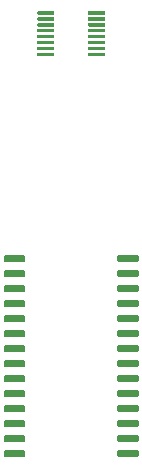
<source format=gbr>
%TF.GenerationSoftware,KiCad,Pcbnew,5.1.5+dfsg1-2build2*%
%TF.CreationDate,2021-12-31T02:56:54+01:00*%
%TF.ProjectId,chip-breakout,63686970-2d62-4726-9561-6b6f75742e6b,rev?*%
%TF.SameCoordinates,Original*%
%TF.FileFunction,Paste,Bot*%
%TF.FilePolarity,Positive*%
%FSLAX46Y46*%
G04 Gerber Fmt 4.6, Leading zero omitted, Abs format (unit mm)*
G04 Created by KiCad (PCBNEW 5.1.5+dfsg1-2build2) date 2021-12-31 02:56:54*
%MOMM*%
%LPD*%
G04 APERTURE LIST*
%ADD10C,0.100000*%
G04 APERTURE END LIST*
D10*
G36*
X124944703Y-69550722D02*
G01*
X124959264Y-69552882D01*
X124973543Y-69556459D01*
X124987403Y-69561418D01*
X125000710Y-69567712D01*
X125013336Y-69575280D01*
X125025159Y-69584048D01*
X125036066Y-69593934D01*
X125045952Y-69604841D01*
X125054720Y-69616664D01*
X125062288Y-69629290D01*
X125068582Y-69642597D01*
X125073541Y-69656457D01*
X125077118Y-69670736D01*
X125079278Y-69685297D01*
X125080000Y-69700000D01*
X125080000Y-70000000D01*
X125079278Y-70014703D01*
X125077118Y-70029264D01*
X125073541Y-70043543D01*
X125068582Y-70057403D01*
X125062288Y-70070710D01*
X125054720Y-70083336D01*
X125045952Y-70095159D01*
X125036066Y-70106066D01*
X125025159Y-70115952D01*
X125013336Y-70124720D01*
X125000710Y-70132288D01*
X124987403Y-70138582D01*
X124973543Y-70143541D01*
X124959264Y-70147118D01*
X124944703Y-70149278D01*
X124930000Y-70150000D01*
X123430000Y-70150000D01*
X123415297Y-70149278D01*
X123400736Y-70147118D01*
X123386457Y-70143541D01*
X123372597Y-70138582D01*
X123359290Y-70132288D01*
X123346664Y-70124720D01*
X123334841Y-70115952D01*
X123323934Y-70106066D01*
X123314048Y-70095159D01*
X123305280Y-70083336D01*
X123297712Y-70070710D01*
X123291418Y-70057403D01*
X123286459Y-70043543D01*
X123282882Y-70029264D01*
X123280722Y-70014703D01*
X123280000Y-70000000D01*
X123280000Y-69700000D01*
X123280722Y-69685297D01*
X123282882Y-69670736D01*
X123286459Y-69656457D01*
X123291418Y-69642597D01*
X123297712Y-69629290D01*
X123305280Y-69616664D01*
X123314048Y-69604841D01*
X123323934Y-69593934D01*
X123334841Y-69584048D01*
X123346664Y-69575280D01*
X123359290Y-69567712D01*
X123372597Y-69561418D01*
X123386457Y-69556459D01*
X123400736Y-69552882D01*
X123415297Y-69550722D01*
X123430000Y-69550000D01*
X124930000Y-69550000D01*
X124944703Y-69550722D01*
G37*
G36*
X124944703Y-68280722D02*
G01*
X124959264Y-68282882D01*
X124973543Y-68286459D01*
X124987403Y-68291418D01*
X125000710Y-68297712D01*
X125013336Y-68305280D01*
X125025159Y-68314048D01*
X125036066Y-68323934D01*
X125045952Y-68334841D01*
X125054720Y-68346664D01*
X125062288Y-68359290D01*
X125068582Y-68372597D01*
X125073541Y-68386457D01*
X125077118Y-68400736D01*
X125079278Y-68415297D01*
X125080000Y-68430000D01*
X125080000Y-68730000D01*
X125079278Y-68744703D01*
X125077118Y-68759264D01*
X125073541Y-68773543D01*
X125068582Y-68787403D01*
X125062288Y-68800710D01*
X125054720Y-68813336D01*
X125045952Y-68825159D01*
X125036066Y-68836066D01*
X125025159Y-68845952D01*
X125013336Y-68854720D01*
X125000710Y-68862288D01*
X124987403Y-68868582D01*
X124973543Y-68873541D01*
X124959264Y-68877118D01*
X124944703Y-68879278D01*
X124930000Y-68880000D01*
X123430000Y-68880000D01*
X123415297Y-68879278D01*
X123400736Y-68877118D01*
X123386457Y-68873541D01*
X123372597Y-68868582D01*
X123359290Y-68862288D01*
X123346664Y-68854720D01*
X123334841Y-68845952D01*
X123323934Y-68836066D01*
X123314048Y-68825159D01*
X123305280Y-68813336D01*
X123297712Y-68800710D01*
X123291418Y-68787403D01*
X123286459Y-68773543D01*
X123282882Y-68759264D01*
X123280722Y-68744703D01*
X123280000Y-68730000D01*
X123280000Y-68430000D01*
X123280722Y-68415297D01*
X123282882Y-68400736D01*
X123286459Y-68386457D01*
X123291418Y-68372597D01*
X123297712Y-68359290D01*
X123305280Y-68346664D01*
X123314048Y-68334841D01*
X123323934Y-68323934D01*
X123334841Y-68314048D01*
X123346664Y-68305280D01*
X123359290Y-68297712D01*
X123372597Y-68291418D01*
X123386457Y-68286459D01*
X123400736Y-68282882D01*
X123415297Y-68280722D01*
X123430000Y-68280000D01*
X124930000Y-68280000D01*
X124944703Y-68280722D01*
G37*
G36*
X124944703Y-67010722D02*
G01*
X124959264Y-67012882D01*
X124973543Y-67016459D01*
X124987403Y-67021418D01*
X125000710Y-67027712D01*
X125013336Y-67035280D01*
X125025159Y-67044048D01*
X125036066Y-67053934D01*
X125045952Y-67064841D01*
X125054720Y-67076664D01*
X125062288Y-67089290D01*
X125068582Y-67102597D01*
X125073541Y-67116457D01*
X125077118Y-67130736D01*
X125079278Y-67145297D01*
X125080000Y-67160000D01*
X125080000Y-67460000D01*
X125079278Y-67474703D01*
X125077118Y-67489264D01*
X125073541Y-67503543D01*
X125068582Y-67517403D01*
X125062288Y-67530710D01*
X125054720Y-67543336D01*
X125045952Y-67555159D01*
X125036066Y-67566066D01*
X125025159Y-67575952D01*
X125013336Y-67584720D01*
X125000710Y-67592288D01*
X124987403Y-67598582D01*
X124973543Y-67603541D01*
X124959264Y-67607118D01*
X124944703Y-67609278D01*
X124930000Y-67610000D01*
X123430000Y-67610000D01*
X123415297Y-67609278D01*
X123400736Y-67607118D01*
X123386457Y-67603541D01*
X123372597Y-67598582D01*
X123359290Y-67592288D01*
X123346664Y-67584720D01*
X123334841Y-67575952D01*
X123323934Y-67566066D01*
X123314048Y-67555159D01*
X123305280Y-67543336D01*
X123297712Y-67530710D01*
X123291418Y-67517403D01*
X123286459Y-67503543D01*
X123282882Y-67489264D01*
X123280722Y-67474703D01*
X123280000Y-67460000D01*
X123280000Y-67160000D01*
X123280722Y-67145297D01*
X123282882Y-67130736D01*
X123286459Y-67116457D01*
X123291418Y-67102597D01*
X123297712Y-67089290D01*
X123305280Y-67076664D01*
X123314048Y-67064841D01*
X123323934Y-67053934D01*
X123334841Y-67044048D01*
X123346664Y-67035280D01*
X123359290Y-67027712D01*
X123372597Y-67021418D01*
X123386457Y-67016459D01*
X123400736Y-67012882D01*
X123415297Y-67010722D01*
X123430000Y-67010000D01*
X124930000Y-67010000D01*
X124944703Y-67010722D01*
G37*
G36*
X124944703Y-65740722D02*
G01*
X124959264Y-65742882D01*
X124973543Y-65746459D01*
X124987403Y-65751418D01*
X125000710Y-65757712D01*
X125013336Y-65765280D01*
X125025159Y-65774048D01*
X125036066Y-65783934D01*
X125045952Y-65794841D01*
X125054720Y-65806664D01*
X125062288Y-65819290D01*
X125068582Y-65832597D01*
X125073541Y-65846457D01*
X125077118Y-65860736D01*
X125079278Y-65875297D01*
X125080000Y-65890000D01*
X125080000Y-66190000D01*
X125079278Y-66204703D01*
X125077118Y-66219264D01*
X125073541Y-66233543D01*
X125068582Y-66247403D01*
X125062288Y-66260710D01*
X125054720Y-66273336D01*
X125045952Y-66285159D01*
X125036066Y-66296066D01*
X125025159Y-66305952D01*
X125013336Y-66314720D01*
X125000710Y-66322288D01*
X124987403Y-66328582D01*
X124973543Y-66333541D01*
X124959264Y-66337118D01*
X124944703Y-66339278D01*
X124930000Y-66340000D01*
X123430000Y-66340000D01*
X123415297Y-66339278D01*
X123400736Y-66337118D01*
X123386457Y-66333541D01*
X123372597Y-66328582D01*
X123359290Y-66322288D01*
X123346664Y-66314720D01*
X123334841Y-66305952D01*
X123323934Y-66296066D01*
X123314048Y-66285159D01*
X123305280Y-66273336D01*
X123297712Y-66260710D01*
X123291418Y-66247403D01*
X123286459Y-66233543D01*
X123282882Y-66219264D01*
X123280722Y-66204703D01*
X123280000Y-66190000D01*
X123280000Y-65890000D01*
X123280722Y-65875297D01*
X123282882Y-65860736D01*
X123286459Y-65846457D01*
X123291418Y-65832597D01*
X123297712Y-65819290D01*
X123305280Y-65806664D01*
X123314048Y-65794841D01*
X123323934Y-65783934D01*
X123334841Y-65774048D01*
X123346664Y-65765280D01*
X123359290Y-65757712D01*
X123372597Y-65751418D01*
X123386457Y-65746459D01*
X123400736Y-65742882D01*
X123415297Y-65740722D01*
X123430000Y-65740000D01*
X124930000Y-65740000D01*
X124944703Y-65740722D01*
G37*
G36*
X124944703Y-64470722D02*
G01*
X124959264Y-64472882D01*
X124973543Y-64476459D01*
X124987403Y-64481418D01*
X125000710Y-64487712D01*
X125013336Y-64495280D01*
X125025159Y-64504048D01*
X125036066Y-64513934D01*
X125045952Y-64524841D01*
X125054720Y-64536664D01*
X125062288Y-64549290D01*
X125068582Y-64562597D01*
X125073541Y-64576457D01*
X125077118Y-64590736D01*
X125079278Y-64605297D01*
X125080000Y-64620000D01*
X125080000Y-64920000D01*
X125079278Y-64934703D01*
X125077118Y-64949264D01*
X125073541Y-64963543D01*
X125068582Y-64977403D01*
X125062288Y-64990710D01*
X125054720Y-65003336D01*
X125045952Y-65015159D01*
X125036066Y-65026066D01*
X125025159Y-65035952D01*
X125013336Y-65044720D01*
X125000710Y-65052288D01*
X124987403Y-65058582D01*
X124973543Y-65063541D01*
X124959264Y-65067118D01*
X124944703Y-65069278D01*
X124930000Y-65070000D01*
X123430000Y-65070000D01*
X123415297Y-65069278D01*
X123400736Y-65067118D01*
X123386457Y-65063541D01*
X123372597Y-65058582D01*
X123359290Y-65052288D01*
X123346664Y-65044720D01*
X123334841Y-65035952D01*
X123323934Y-65026066D01*
X123314048Y-65015159D01*
X123305280Y-65003336D01*
X123297712Y-64990710D01*
X123291418Y-64977403D01*
X123286459Y-64963543D01*
X123282882Y-64949264D01*
X123280722Y-64934703D01*
X123280000Y-64920000D01*
X123280000Y-64620000D01*
X123280722Y-64605297D01*
X123282882Y-64590736D01*
X123286459Y-64576457D01*
X123291418Y-64562597D01*
X123297712Y-64549290D01*
X123305280Y-64536664D01*
X123314048Y-64524841D01*
X123323934Y-64513934D01*
X123334841Y-64504048D01*
X123346664Y-64495280D01*
X123359290Y-64487712D01*
X123372597Y-64481418D01*
X123386457Y-64476459D01*
X123400736Y-64472882D01*
X123415297Y-64470722D01*
X123430000Y-64470000D01*
X124930000Y-64470000D01*
X124944703Y-64470722D01*
G37*
G36*
X124944703Y-63200722D02*
G01*
X124959264Y-63202882D01*
X124973543Y-63206459D01*
X124987403Y-63211418D01*
X125000710Y-63217712D01*
X125013336Y-63225280D01*
X125025159Y-63234048D01*
X125036066Y-63243934D01*
X125045952Y-63254841D01*
X125054720Y-63266664D01*
X125062288Y-63279290D01*
X125068582Y-63292597D01*
X125073541Y-63306457D01*
X125077118Y-63320736D01*
X125079278Y-63335297D01*
X125080000Y-63350000D01*
X125080000Y-63650000D01*
X125079278Y-63664703D01*
X125077118Y-63679264D01*
X125073541Y-63693543D01*
X125068582Y-63707403D01*
X125062288Y-63720710D01*
X125054720Y-63733336D01*
X125045952Y-63745159D01*
X125036066Y-63756066D01*
X125025159Y-63765952D01*
X125013336Y-63774720D01*
X125000710Y-63782288D01*
X124987403Y-63788582D01*
X124973543Y-63793541D01*
X124959264Y-63797118D01*
X124944703Y-63799278D01*
X124930000Y-63800000D01*
X123430000Y-63800000D01*
X123415297Y-63799278D01*
X123400736Y-63797118D01*
X123386457Y-63793541D01*
X123372597Y-63788582D01*
X123359290Y-63782288D01*
X123346664Y-63774720D01*
X123334841Y-63765952D01*
X123323934Y-63756066D01*
X123314048Y-63745159D01*
X123305280Y-63733336D01*
X123297712Y-63720710D01*
X123291418Y-63707403D01*
X123286459Y-63693543D01*
X123282882Y-63679264D01*
X123280722Y-63664703D01*
X123280000Y-63650000D01*
X123280000Y-63350000D01*
X123280722Y-63335297D01*
X123282882Y-63320736D01*
X123286459Y-63306457D01*
X123291418Y-63292597D01*
X123297712Y-63279290D01*
X123305280Y-63266664D01*
X123314048Y-63254841D01*
X123323934Y-63243934D01*
X123334841Y-63234048D01*
X123346664Y-63225280D01*
X123359290Y-63217712D01*
X123372597Y-63211418D01*
X123386457Y-63206459D01*
X123400736Y-63202882D01*
X123415297Y-63200722D01*
X123430000Y-63200000D01*
X124930000Y-63200000D01*
X124944703Y-63200722D01*
G37*
G36*
X124944703Y-61930722D02*
G01*
X124959264Y-61932882D01*
X124973543Y-61936459D01*
X124987403Y-61941418D01*
X125000710Y-61947712D01*
X125013336Y-61955280D01*
X125025159Y-61964048D01*
X125036066Y-61973934D01*
X125045952Y-61984841D01*
X125054720Y-61996664D01*
X125062288Y-62009290D01*
X125068582Y-62022597D01*
X125073541Y-62036457D01*
X125077118Y-62050736D01*
X125079278Y-62065297D01*
X125080000Y-62080000D01*
X125080000Y-62380000D01*
X125079278Y-62394703D01*
X125077118Y-62409264D01*
X125073541Y-62423543D01*
X125068582Y-62437403D01*
X125062288Y-62450710D01*
X125054720Y-62463336D01*
X125045952Y-62475159D01*
X125036066Y-62486066D01*
X125025159Y-62495952D01*
X125013336Y-62504720D01*
X125000710Y-62512288D01*
X124987403Y-62518582D01*
X124973543Y-62523541D01*
X124959264Y-62527118D01*
X124944703Y-62529278D01*
X124930000Y-62530000D01*
X123430000Y-62530000D01*
X123415297Y-62529278D01*
X123400736Y-62527118D01*
X123386457Y-62523541D01*
X123372597Y-62518582D01*
X123359290Y-62512288D01*
X123346664Y-62504720D01*
X123334841Y-62495952D01*
X123323934Y-62486066D01*
X123314048Y-62475159D01*
X123305280Y-62463336D01*
X123297712Y-62450710D01*
X123291418Y-62437403D01*
X123286459Y-62423543D01*
X123282882Y-62409264D01*
X123280722Y-62394703D01*
X123280000Y-62380000D01*
X123280000Y-62080000D01*
X123280722Y-62065297D01*
X123282882Y-62050736D01*
X123286459Y-62036457D01*
X123291418Y-62022597D01*
X123297712Y-62009290D01*
X123305280Y-61996664D01*
X123314048Y-61984841D01*
X123323934Y-61973934D01*
X123334841Y-61964048D01*
X123346664Y-61955280D01*
X123359290Y-61947712D01*
X123372597Y-61941418D01*
X123386457Y-61936459D01*
X123400736Y-61932882D01*
X123415297Y-61930722D01*
X123430000Y-61930000D01*
X124930000Y-61930000D01*
X124944703Y-61930722D01*
G37*
G36*
X124944703Y-60660722D02*
G01*
X124959264Y-60662882D01*
X124973543Y-60666459D01*
X124987403Y-60671418D01*
X125000710Y-60677712D01*
X125013336Y-60685280D01*
X125025159Y-60694048D01*
X125036066Y-60703934D01*
X125045952Y-60714841D01*
X125054720Y-60726664D01*
X125062288Y-60739290D01*
X125068582Y-60752597D01*
X125073541Y-60766457D01*
X125077118Y-60780736D01*
X125079278Y-60795297D01*
X125080000Y-60810000D01*
X125080000Y-61110000D01*
X125079278Y-61124703D01*
X125077118Y-61139264D01*
X125073541Y-61153543D01*
X125068582Y-61167403D01*
X125062288Y-61180710D01*
X125054720Y-61193336D01*
X125045952Y-61205159D01*
X125036066Y-61216066D01*
X125025159Y-61225952D01*
X125013336Y-61234720D01*
X125000710Y-61242288D01*
X124987403Y-61248582D01*
X124973543Y-61253541D01*
X124959264Y-61257118D01*
X124944703Y-61259278D01*
X124930000Y-61260000D01*
X123430000Y-61260000D01*
X123415297Y-61259278D01*
X123400736Y-61257118D01*
X123386457Y-61253541D01*
X123372597Y-61248582D01*
X123359290Y-61242288D01*
X123346664Y-61234720D01*
X123334841Y-61225952D01*
X123323934Y-61216066D01*
X123314048Y-61205159D01*
X123305280Y-61193336D01*
X123297712Y-61180710D01*
X123291418Y-61167403D01*
X123286459Y-61153543D01*
X123282882Y-61139264D01*
X123280722Y-61124703D01*
X123280000Y-61110000D01*
X123280000Y-60810000D01*
X123280722Y-60795297D01*
X123282882Y-60780736D01*
X123286459Y-60766457D01*
X123291418Y-60752597D01*
X123297712Y-60739290D01*
X123305280Y-60726664D01*
X123314048Y-60714841D01*
X123323934Y-60703934D01*
X123334841Y-60694048D01*
X123346664Y-60685280D01*
X123359290Y-60677712D01*
X123372597Y-60671418D01*
X123386457Y-60666459D01*
X123400736Y-60662882D01*
X123415297Y-60660722D01*
X123430000Y-60660000D01*
X124930000Y-60660000D01*
X124944703Y-60660722D01*
G37*
G36*
X124944703Y-59390722D02*
G01*
X124959264Y-59392882D01*
X124973543Y-59396459D01*
X124987403Y-59401418D01*
X125000710Y-59407712D01*
X125013336Y-59415280D01*
X125025159Y-59424048D01*
X125036066Y-59433934D01*
X125045952Y-59444841D01*
X125054720Y-59456664D01*
X125062288Y-59469290D01*
X125068582Y-59482597D01*
X125073541Y-59496457D01*
X125077118Y-59510736D01*
X125079278Y-59525297D01*
X125080000Y-59540000D01*
X125080000Y-59840000D01*
X125079278Y-59854703D01*
X125077118Y-59869264D01*
X125073541Y-59883543D01*
X125068582Y-59897403D01*
X125062288Y-59910710D01*
X125054720Y-59923336D01*
X125045952Y-59935159D01*
X125036066Y-59946066D01*
X125025159Y-59955952D01*
X125013336Y-59964720D01*
X125000710Y-59972288D01*
X124987403Y-59978582D01*
X124973543Y-59983541D01*
X124959264Y-59987118D01*
X124944703Y-59989278D01*
X124930000Y-59990000D01*
X123430000Y-59990000D01*
X123415297Y-59989278D01*
X123400736Y-59987118D01*
X123386457Y-59983541D01*
X123372597Y-59978582D01*
X123359290Y-59972288D01*
X123346664Y-59964720D01*
X123334841Y-59955952D01*
X123323934Y-59946066D01*
X123314048Y-59935159D01*
X123305280Y-59923336D01*
X123297712Y-59910710D01*
X123291418Y-59897403D01*
X123286459Y-59883543D01*
X123282882Y-59869264D01*
X123280722Y-59854703D01*
X123280000Y-59840000D01*
X123280000Y-59540000D01*
X123280722Y-59525297D01*
X123282882Y-59510736D01*
X123286459Y-59496457D01*
X123291418Y-59482597D01*
X123297712Y-59469290D01*
X123305280Y-59456664D01*
X123314048Y-59444841D01*
X123323934Y-59433934D01*
X123334841Y-59424048D01*
X123346664Y-59415280D01*
X123359290Y-59407712D01*
X123372597Y-59401418D01*
X123386457Y-59396459D01*
X123400736Y-59392882D01*
X123415297Y-59390722D01*
X123430000Y-59390000D01*
X124930000Y-59390000D01*
X124944703Y-59390722D01*
G37*
G36*
X124944703Y-58120722D02*
G01*
X124959264Y-58122882D01*
X124973543Y-58126459D01*
X124987403Y-58131418D01*
X125000710Y-58137712D01*
X125013336Y-58145280D01*
X125025159Y-58154048D01*
X125036066Y-58163934D01*
X125045952Y-58174841D01*
X125054720Y-58186664D01*
X125062288Y-58199290D01*
X125068582Y-58212597D01*
X125073541Y-58226457D01*
X125077118Y-58240736D01*
X125079278Y-58255297D01*
X125080000Y-58270000D01*
X125080000Y-58570000D01*
X125079278Y-58584703D01*
X125077118Y-58599264D01*
X125073541Y-58613543D01*
X125068582Y-58627403D01*
X125062288Y-58640710D01*
X125054720Y-58653336D01*
X125045952Y-58665159D01*
X125036066Y-58676066D01*
X125025159Y-58685952D01*
X125013336Y-58694720D01*
X125000710Y-58702288D01*
X124987403Y-58708582D01*
X124973543Y-58713541D01*
X124959264Y-58717118D01*
X124944703Y-58719278D01*
X124930000Y-58720000D01*
X123430000Y-58720000D01*
X123415297Y-58719278D01*
X123400736Y-58717118D01*
X123386457Y-58713541D01*
X123372597Y-58708582D01*
X123359290Y-58702288D01*
X123346664Y-58694720D01*
X123334841Y-58685952D01*
X123323934Y-58676066D01*
X123314048Y-58665159D01*
X123305280Y-58653336D01*
X123297712Y-58640710D01*
X123291418Y-58627403D01*
X123286459Y-58613543D01*
X123282882Y-58599264D01*
X123280722Y-58584703D01*
X123280000Y-58570000D01*
X123280000Y-58270000D01*
X123280722Y-58255297D01*
X123282882Y-58240736D01*
X123286459Y-58226457D01*
X123291418Y-58212597D01*
X123297712Y-58199290D01*
X123305280Y-58186664D01*
X123314048Y-58174841D01*
X123323934Y-58163934D01*
X123334841Y-58154048D01*
X123346664Y-58145280D01*
X123359290Y-58137712D01*
X123372597Y-58131418D01*
X123386457Y-58126459D01*
X123400736Y-58122882D01*
X123415297Y-58120722D01*
X123430000Y-58120000D01*
X124930000Y-58120000D01*
X124944703Y-58120722D01*
G37*
G36*
X124944703Y-56850722D02*
G01*
X124959264Y-56852882D01*
X124973543Y-56856459D01*
X124987403Y-56861418D01*
X125000710Y-56867712D01*
X125013336Y-56875280D01*
X125025159Y-56884048D01*
X125036066Y-56893934D01*
X125045952Y-56904841D01*
X125054720Y-56916664D01*
X125062288Y-56929290D01*
X125068582Y-56942597D01*
X125073541Y-56956457D01*
X125077118Y-56970736D01*
X125079278Y-56985297D01*
X125080000Y-57000000D01*
X125080000Y-57300000D01*
X125079278Y-57314703D01*
X125077118Y-57329264D01*
X125073541Y-57343543D01*
X125068582Y-57357403D01*
X125062288Y-57370710D01*
X125054720Y-57383336D01*
X125045952Y-57395159D01*
X125036066Y-57406066D01*
X125025159Y-57415952D01*
X125013336Y-57424720D01*
X125000710Y-57432288D01*
X124987403Y-57438582D01*
X124973543Y-57443541D01*
X124959264Y-57447118D01*
X124944703Y-57449278D01*
X124930000Y-57450000D01*
X123430000Y-57450000D01*
X123415297Y-57449278D01*
X123400736Y-57447118D01*
X123386457Y-57443541D01*
X123372597Y-57438582D01*
X123359290Y-57432288D01*
X123346664Y-57424720D01*
X123334841Y-57415952D01*
X123323934Y-57406066D01*
X123314048Y-57395159D01*
X123305280Y-57383336D01*
X123297712Y-57370710D01*
X123291418Y-57357403D01*
X123286459Y-57343543D01*
X123282882Y-57329264D01*
X123280722Y-57314703D01*
X123280000Y-57300000D01*
X123280000Y-57000000D01*
X123280722Y-56985297D01*
X123282882Y-56970736D01*
X123286459Y-56956457D01*
X123291418Y-56942597D01*
X123297712Y-56929290D01*
X123305280Y-56916664D01*
X123314048Y-56904841D01*
X123323934Y-56893934D01*
X123334841Y-56884048D01*
X123346664Y-56875280D01*
X123359290Y-56867712D01*
X123372597Y-56861418D01*
X123386457Y-56856459D01*
X123400736Y-56852882D01*
X123415297Y-56850722D01*
X123430000Y-56850000D01*
X124930000Y-56850000D01*
X124944703Y-56850722D01*
G37*
G36*
X124944703Y-55580722D02*
G01*
X124959264Y-55582882D01*
X124973543Y-55586459D01*
X124987403Y-55591418D01*
X125000710Y-55597712D01*
X125013336Y-55605280D01*
X125025159Y-55614048D01*
X125036066Y-55623934D01*
X125045952Y-55634841D01*
X125054720Y-55646664D01*
X125062288Y-55659290D01*
X125068582Y-55672597D01*
X125073541Y-55686457D01*
X125077118Y-55700736D01*
X125079278Y-55715297D01*
X125080000Y-55730000D01*
X125080000Y-56030000D01*
X125079278Y-56044703D01*
X125077118Y-56059264D01*
X125073541Y-56073543D01*
X125068582Y-56087403D01*
X125062288Y-56100710D01*
X125054720Y-56113336D01*
X125045952Y-56125159D01*
X125036066Y-56136066D01*
X125025159Y-56145952D01*
X125013336Y-56154720D01*
X125000710Y-56162288D01*
X124987403Y-56168582D01*
X124973543Y-56173541D01*
X124959264Y-56177118D01*
X124944703Y-56179278D01*
X124930000Y-56180000D01*
X123430000Y-56180000D01*
X123415297Y-56179278D01*
X123400736Y-56177118D01*
X123386457Y-56173541D01*
X123372597Y-56168582D01*
X123359290Y-56162288D01*
X123346664Y-56154720D01*
X123334841Y-56145952D01*
X123323934Y-56136066D01*
X123314048Y-56125159D01*
X123305280Y-56113336D01*
X123297712Y-56100710D01*
X123291418Y-56087403D01*
X123286459Y-56073543D01*
X123282882Y-56059264D01*
X123280722Y-56044703D01*
X123280000Y-56030000D01*
X123280000Y-55730000D01*
X123280722Y-55715297D01*
X123282882Y-55700736D01*
X123286459Y-55686457D01*
X123291418Y-55672597D01*
X123297712Y-55659290D01*
X123305280Y-55646664D01*
X123314048Y-55634841D01*
X123323934Y-55623934D01*
X123334841Y-55614048D01*
X123346664Y-55605280D01*
X123359290Y-55597712D01*
X123372597Y-55591418D01*
X123386457Y-55586459D01*
X123400736Y-55582882D01*
X123415297Y-55580722D01*
X123430000Y-55580000D01*
X124930000Y-55580000D01*
X124944703Y-55580722D01*
G37*
G36*
X124944703Y-54310722D02*
G01*
X124959264Y-54312882D01*
X124973543Y-54316459D01*
X124987403Y-54321418D01*
X125000710Y-54327712D01*
X125013336Y-54335280D01*
X125025159Y-54344048D01*
X125036066Y-54353934D01*
X125045952Y-54364841D01*
X125054720Y-54376664D01*
X125062288Y-54389290D01*
X125068582Y-54402597D01*
X125073541Y-54416457D01*
X125077118Y-54430736D01*
X125079278Y-54445297D01*
X125080000Y-54460000D01*
X125080000Y-54760000D01*
X125079278Y-54774703D01*
X125077118Y-54789264D01*
X125073541Y-54803543D01*
X125068582Y-54817403D01*
X125062288Y-54830710D01*
X125054720Y-54843336D01*
X125045952Y-54855159D01*
X125036066Y-54866066D01*
X125025159Y-54875952D01*
X125013336Y-54884720D01*
X125000710Y-54892288D01*
X124987403Y-54898582D01*
X124973543Y-54903541D01*
X124959264Y-54907118D01*
X124944703Y-54909278D01*
X124930000Y-54910000D01*
X123430000Y-54910000D01*
X123415297Y-54909278D01*
X123400736Y-54907118D01*
X123386457Y-54903541D01*
X123372597Y-54898582D01*
X123359290Y-54892288D01*
X123346664Y-54884720D01*
X123334841Y-54875952D01*
X123323934Y-54866066D01*
X123314048Y-54855159D01*
X123305280Y-54843336D01*
X123297712Y-54830710D01*
X123291418Y-54817403D01*
X123286459Y-54803543D01*
X123282882Y-54789264D01*
X123280722Y-54774703D01*
X123280000Y-54760000D01*
X123280000Y-54460000D01*
X123280722Y-54445297D01*
X123282882Y-54430736D01*
X123286459Y-54416457D01*
X123291418Y-54402597D01*
X123297712Y-54389290D01*
X123305280Y-54376664D01*
X123314048Y-54364841D01*
X123323934Y-54353934D01*
X123334841Y-54344048D01*
X123346664Y-54335280D01*
X123359290Y-54327712D01*
X123372597Y-54321418D01*
X123386457Y-54316459D01*
X123400736Y-54312882D01*
X123415297Y-54310722D01*
X123430000Y-54310000D01*
X124930000Y-54310000D01*
X124944703Y-54310722D01*
G37*
G36*
X124944703Y-53040722D02*
G01*
X124959264Y-53042882D01*
X124973543Y-53046459D01*
X124987403Y-53051418D01*
X125000710Y-53057712D01*
X125013336Y-53065280D01*
X125025159Y-53074048D01*
X125036066Y-53083934D01*
X125045952Y-53094841D01*
X125054720Y-53106664D01*
X125062288Y-53119290D01*
X125068582Y-53132597D01*
X125073541Y-53146457D01*
X125077118Y-53160736D01*
X125079278Y-53175297D01*
X125080000Y-53190000D01*
X125080000Y-53490000D01*
X125079278Y-53504703D01*
X125077118Y-53519264D01*
X125073541Y-53533543D01*
X125068582Y-53547403D01*
X125062288Y-53560710D01*
X125054720Y-53573336D01*
X125045952Y-53585159D01*
X125036066Y-53596066D01*
X125025159Y-53605952D01*
X125013336Y-53614720D01*
X125000710Y-53622288D01*
X124987403Y-53628582D01*
X124973543Y-53633541D01*
X124959264Y-53637118D01*
X124944703Y-53639278D01*
X124930000Y-53640000D01*
X123430000Y-53640000D01*
X123415297Y-53639278D01*
X123400736Y-53637118D01*
X123386457Y-53633541D01*
X123372597Y-53628582D01*
X123359290Y-53622288D01*
X123346664Y-53614720D01*
X123334841Y-53605952D01*
X123323934Y-53596066D01*
X123314048Y-53585159D01*
X123305280Y-53573336D01*
X123297712Y-53560710D01*
X123291418Y-53547403D01*
X123286459Y-53533543D01*
X123282882Y-53519264D01*
X123280722Y-53504703D01*
X123280000Y-53490000D01*
X123280000Y-53190000D01*
X123280722Y-53175297D01*
X123282882Y-53160736D01*
X123286459Y-53146457D01*
X123291418Y-53132597D01*
X123297712Y-53119290D01*
X123305280Y-53106664D01*
X123314048Y-53094841D01*
X123323934Y-53083934D01*
X123334841Y-53074048D01*
X123346664Y-53065280D01*
X123359290Y-53057712D01*
X123372597Y-53051418D01*
X123386457Y-53046459D01*
X123400736Y-53042882D01*
X123415297Y-53040722D01*
X123430000Y-53040000D01*
X124930000Y-53040000D01*
X124944703Y-53040722D01*
G37*
G36*
X115344703Y-53040722D02*
G01*
X115359264Y-53042882D01*
X115373543Y-53046459D01*
X115387403Y-53051418D01*
X115400710Y-53057712D01*
X115413336Y-53065280D01*
X115425159Y-53074048D01*
X115436066Y-53083934D01*
X115445952Y-53094841D01*
X115454720Y-53106664D01*
X115462288Y-53119290D01*
X115468582Y-53132597D01*
X115473541Y-53146457D01*
X115477118Y-53160736D01*
X115479278Y-53175297D01*
X115480000Y-53190000D01*
X115480000Y-53490000D01*
X115479278Y-53504703D01*
X115477118Y-53519264D01*
X115473541Y-53533543D01*
X115468582Y-53547403D01*
X115462288Y-53560710D01*
X115454720Y-53573336D01*
X115445952Y-53585159D01*
X115436066Y-53596066D01*
X115425159Y-53605952D01*
X115413336Y-53614720D01*
X115400710Y-53622288D01*
X115387403Y-53628582D01*
X115373543Y-53633541D01*
X115359264Y-53637118D01*
X115344703Y-53639278D01*
X115330000Y-53640000D01*
X113830000Y-53640000D01*
X113815297Y-53639278D01*
X113800736Y-53637118D01*
X113786457Y-53633541D01*
X113772597Y-53628582D01*
X113759290Y-53622288D01*
X113746664Y-53614720D01*
X113734841Y-53605952D01*
X113723934Y-53596066D01*
X113714048Y-53585159D01*
X113705280Y-53573336D01*
X113697712Y-53560710D01*
X113691418Y-53547403D01*
X113686459Y-53533543D01*
X113682882Y-53519264D01*
X113680722Y-53504703D01*
X113680000Y-53490000D01*
X113680000Y-53190000D01*
X113680722Y-53175297D01*
X113682882Y-53160736D01*
X113686459Y-53146457D01*
X113691418Y-53132597D01*
X113697712Y-53119290D01*
X113705280Y-53106664D01*
X113714048Y-53094841D01*
X113723934Y-53083934D01*
X113734841Y-53074048D01*
X113746664Y-53065280D01*
X113759290Y-53057712D01*
X113772597Y-53051418D01*
X113786457Y-53046459D01*
X113800736Y-53042882D01*
X113815297Y-53040722D01*
X113830000Y-53040000D01*
X115330000Y-53040000D01*
X115344703Y-53040722D01*
G37*
G36*
X115344703Y-54310722D02*
G01*
X115359264Y-54312882D01*
X115373543Y-54316459D01*
X115387403Y-54321418D01*
X115400710Y-54327712D01*
X115413336Y-54335280D01*
X115425159Y-54344048D01*
X115436066Y-54353934D01*
X115445952Y-54364841D01*
X115454720Y-54376664D01*
X115462288Y-54389290D01*
X115468582Y-54402597D01*
X115473541Y-54416457D01*
X115477118Y-54430736D01*
X115479278Y-54445297D01*
X115480000Y-54460000D01*
X115480000Y-54760000D01*
X115479278Y-54774703D01*
X115477118Y-54789264D01*
X115473541Y-54803543D01*
X115468582Y-54817403D01*
X115462288Y-54830710D01*
X115454720Y-54843336D01*
X115445952Y-54855159D01*
X115436066Y-54866066D01*
X115425159Y-54875952D01*
X115413336Y-54884720D01*
X115400710Y-54892288D01*
X115387403Y-54898582D01*
X115373543Y-54903541D01*
X115359264Y-54907118D01*
X115344703Y-54909278D01*
X115330000Y-54910000D01*
X113830000Y-54910000D01*
X113815297Y-54909278D01*
X113800736Y-54907118D01*
X113786457Y-54903541D01*
X113772597Y-54898582D01*
X113759290Y-54892288D01*
X113746664Y-54884720D01*
X113734841Y-54875952D01*
X113723934Y-54866066D01*
X113714048Y-54855159D01*
X113705280Y-54843336D01*
X113697712Y-54830710D01*
X113691418Y-54817403D01*
X113686459Y-54803543D01*
X113682882Y-54789264D01*
X113680722Y-54774703D01*
X113680000Y-54760000D01*
X113680000Y-54460000D01*
X113680722Y-54445297D01*
X113682882Y-54430736D01*
X113686459Y-54416457D01*
X113691418Y-54402597D01*
X113697712Y-54389290D01*
X113705280Y-54376664D01*
X113714048Y-54364841D01*
X113723934Y-54353934D01*
X113734841Y-54344048D01*
X113746664Y-54335280D01*
X113759290Y-54327712D01*
X113772597Y-54321418D01*
X113786457Y-54316459D01*
X113800736Y-54312882D01*
X113815297Y-54310722D01*
X113830000Y-54310000D01*
X115330000Y-54310000D01*
X115344703Y-54310722D01*
G37*
G36*
X115344703Y-55580722D02*
G01*
X115359264Y-55582882D01*
X115373543Y-55586459D01*
X115387403Y-55591418D01*
X115400710Y-55597712D01*
X115413336Y-55605280D01*
X115425159Y-55614048D01*
X115436066Y-55623934D01*
X115445952Y-55634841D01*
X115454720Y-55646664D01*
X115462288Y-55659290D01*
X115468582Y-55672597D01*
X115473541Y-55686457D01*
X115477118Y-55700736D01*
X115479278Y-55715297D01*
X115480000Y-55730000D01*
X115480000Y-56030000D01*
X115479278Y-56044703D01*
X115477118Y-56059264D01*
X115473541Y-56073543D01*
X115468582Y-56087403D01*
X115462288Y-56100710D01*
X115454720Y-56113336D01*
X115445952Y-56125159D01*
X115436066Y-56136066D01*
X115425159Y-56145952D01*
X115413336Y-56154720D01*
X115400710Y-56162288D01*
X115387403Y-56168582D01*
X115373543Y-56173541D01*
X115359264Y-56177118D01*
X115344703Y-56179278D01*
X115330000Y-56180000D01*
X113830000Y-56180000D01*
X113815297Y-56179278D01*
X113800736Y-56177118D01*
X113786457Y-56173541D01*
X113772597Y-56168582D01*
X113759290Y-56162288D01*
X113746664Y-56154720D01*
X113734841Y-56145952D01*
X113723934Y-56136066D01*
X113714048Y-56125159D01*
X113705280Y-56113336D01*
X113697712Y-56100710D01*
X113691418Y-56087403D01*
X113686459Y-56073543D01*
X113682882Y-56059264D01*
X113680722Y-56044703D01*
X113680000Y-56030000D01*
X113680000Y-55730000D01*
X113680722Y-55715297D01*
X113682882Y-55700736D01*
X113686459Y-55686457D01*
X113691418Y-55672597D01*
X113697712Y-55659290D01*
X113705280Y-55646664D01*
X113714048Y-55634841D01*
X113723934Y-55623934D01*
X113734841Y-55614048D01*
X113746664Y-55605280D01*
X113759290Y-55597712D01*
X113772597Y-55591418D01*
X113786457Y-55586459D01*
X113800736Y-55582882D01*
X113815297Y-55580722D01*
X113830000Y-55580000D01*
X115330000Y-55580000D01*
X115344703Y-55580722D01*
G37*
G36*
X115344703Y-56850722D02*
G01*
X115359264Y-56852882D01*
X115373543Y-56856459D01*
X115387403Y-56861418D01*
X115400710Y-56867712D01*
X115413336Y-56875280D01*
X115425159Y-56884048D01*
X115436066Y-56893934D01*
X115445952Y-56904841D01*
X115454720Y-56916664D01*
X115462288Y-56929290D01*
X115468582Y-56942597D01*
X115473541Y-56956457D01*
X115477118Y-56970736D01*
X115479278Y-56985297D01*
X115480000Y-57000000D01*
X115480000Y-57300000D01*
X115479278Y-57314703D01*
X115477118Y-57329264D01*
X115473541Y-57343543D01*
X115468582Y-57357403D01*
X115462288Y-57370710D01*
X115454720Y-57383336D01*
X115445952Y-57395159D01*
X115436066Y-57406066D01*
X115425159Y-57415952D01*
X115413336Y-57424720D01*
X115400710Y-57432288D01*
X115387403Y-57438582D01*
X115373543Y-57443541D01*
X115359264Y-57447118D01*
X115344703Y-57449278D01*
X115330000Y-57450000D01*
X113830000Y-57450000D01*
X113815297Y-57449278D01*
X113800736Y-57447118D01*
X113786457Y-57443541D01*
X113772597Y-57438582D01*
X113759290Y-57432288D01*
X113746664Y-57424720D01*
X113734841Y-57415952D01*
X113723934Y-57406066D01*
X113714048Y-57395159D01*
X113705280Y-57383336D01*
X113697712Y-57370710D01*
X113691418Y-57357403D01*
X113686459Y-57343543D01*
X113682882Y-57329264D01*
X113680722Y-57314703D01*
X113680000Y-57300000D01*
X113680000Y-57000000D01*
X113680722Y-56985297D01*
X113682882Y-56970736D01*
X113686459Y-56956457D01*
X113691418Y-56942597D01*
X113697712Y-56929290D01*
X113705280Y-56916664D01*
X113714048Y-56904841D01*
X113723934Y-56893934D01*
X113734841Y-56884048D01*
X113746664Y-56875280D01*
X113759290Y-56867712D01*
X113772597Y-56861418D01*
X113786457Y-56856459D01*
X113800736Y-56852882D01*
X113815297Y-56850722D01*
X113830000Y-56850000D01*
X115330000Y-56850000D01*
X115344703Y-56850722D01*
G37*
G36*
X115344703Y-58120722D02*
G01*
X115359264Y-58122882D01*
X115373543Y-58126459D01*
X115387403Y-58131418D01*
X115400710Y-58137712D01*
X115413336Y-58145280D01*
X115425159Y-58154048D01*
X115436066Y-58163934D01*
X115445952Y-58174841D01*
X115454720Y-58186664D01*
X115462288Y-58199290D01*
X115468582Y-58212597D01*
X115473541Y-58226457D01*
X115477118Y-58240736D01*
X115479278Y-58255297D01*
X115480000Y-58270000D01*
X115480000Y-58570000D01*
X115479278Y-58584703D01*
X115477118Y-58599264D01*
X115473541Y-58613543D01*
X115468582Y-58627403D01*
X115462288Y-58640710D01*
X115454720Y-58653336D01*
X115445952Y-58665159D01*
X115436066Y-58676066D01*
X115425159Y-58685952D01*
X115413336Y-58694720D01*
X115400710Y-58702288D01*
X115387403Y-58708582D01*
X115373543Y-58713541D01*
X115359264Y-58717118D01*
X115344703Y-58719278D01*
X115330000Y-58720000D01*
X113830000Y-58720000D01*
X113815297Y-58719278D01*
X113800736Y-58717118D01*
X113786457Y-58713541D01*
X113772597Y-58708582D01*
X113759290Y-58702288D01*
X113746664Y-58694720D01*
X113734841Y-58685952D01*
X113723934Y-58676066D01*
X113714048Y-58665159D01*
X113705280Y-58653336D01*
X113697712Y-58640710D01*
X113691418Y-58627403D01*
X113686459Y-58613543D01*
X113682882Y-58599264D01*
X113680722Y-58584703D01*
X113680000Y-58570000D01*
X113680000Y-58270000D01*
X113680722Y-58255297D01*
X113682882Y-58240736D01*
X113686459Y-58226457D01*
X113691418Y-58212597D01*
X113697712Y-58199290D01*
X113705280Y-58186664D01*
X113714048Y-58174841D01*
X113723934Y-58163934D01*
X113734841Y-58154048D01*
X113746664Y-58145280D01*
X113759290Y-58137712D01*
X113772597Y-58131418D01*
X113786457Y-58126459D01*
X113800736Y-58122882D01*
X113815297Y-58120722D01*
X113830000Y-58120000D01*
X115330000Y-58120000D01*
X115344703Y-58120722D01*
G37*
G36*
X115344703Y-59390722D02*
G01*
X115359264Y-59392882D01*
X115373543Y-59396459D01*
X115387403Y-59401418D01*
X115400710Y-59407712D01*
X115413336Y-59415280D01*
X115425159Y-59424048D01*
X115436066Y-59433934D01*
X115445952Y-59444841D01*
X115454720Y-59456664D01*
X115462288Y-59469290D01*
X115468582Y-59482597D01*
X115473541Y-59496457D01*
X115477118Y-59510736D01*
X115479278Y-59525297D01*
X115480000Y-59540000D01*
X115480000Y-59840000D01*
X115479278Y-59854703D01*
X115477118Y-59869264D01*
X115473541Y-59883543D01*
X115468582Y-59897403D01*
X115462288Y-59910710D01*
X115454720Y-59923336D01*
X115445952Y-59935159D01*
X115436066Y-59946066D01*
X115425159Y-59955952D01*
X115413336Y-59964720D01*
X115400710Y-59972288D01*
X115387403Y-59978582D01*
X115373543Y-59983541D01*
X115359264Y-59987118D01*
X115344703Y-59989278D01*
X115330000Y-59990000D01*
X113830000Y-59990000D01*
X113815297Y-59989278D01*
X113800736Y-59987118D01*
X113786457Y-59983541D01*
X113772597Y-59978582D01*
X113759290Y-59972288D01*
X113746664Y-59964720D01*
X113734841Y-59955952D01*
X113723934Y-59946066D01*
X113714048Y-59935159D01*
X113705280Y-59923336D01*
X113697712Y-59910710D01*
X113691418Y-59897403D01*
X113686459Y-59883543D01*
X113682882Y-59869264D01*
X113680722Y-59854703D01*
X113680000Y-59840000D01*
X113680000Y-59540000D01*
X113680722Y-59525297D01*
X113682882Y-59510736D01*
X113686459Y-59496457D01*
X113691418Y-59482597D01*
X113697712Y-59469290D01*
X113705280Y-59456664D01*
X113714048Y-59444841D01*
X113723934Y-59433934D01*
X113734841Y-59424048D01*
X113746664Y-59415280D01*
X113759290Y-59407712D01*
X113772597Y-59401418D01*
X113786457Y-59396459D01*
X113800736Y-59392882D01*
X113815297Y-59390722D01*
X113830000Y-59390000D01*
X115330000Y-59390000D01*
X115344703Y-59390722D01*
G37*
G36*
X115344703Y-60660722D02*
G01*
X115359264Y-60662882D01*
X115373543Y-60666459D01*
X115387403Y-60671418D01*
X115400710Y-60677712D01*
X115413336Y-60685280D01*
X115425159Y-60694048D01*
X115436066Y-60703934D01*
X115445952Y-60714841D01*
X115454720Y-60726664D01*
X115462288Y-60739290D01*
X115468582Y-60752597D01*
X115473541Y-60766457D01*
X115477118Y-60780736D01*
X115479278Y-60795297D01*
X115480000Y-60810000D01*
X115480000Y-61110000D01*
X115479278Y-61124703D01*
X115477118Y-61139264D01*
X115473541Y-61153543D01*
X115468582Y-61167403D01*
X115462288Y-61180710D01*
X115454720Y-61193336D01*
X115445952Y-61205159D01*
X115436066Y-61216066D01*
X115425159Y-61225952D01*
X115413336Y-61234720D01*
X115400710Y-61242288D01*
X115387403Y-61248582D01*
X115373543Y-61253541D01*
X115359264Y-61257118D01*
X115344703Y-61259278D01*
X115330000Y-61260000D01*
X113830000Y-61260000D01*
X113815297Y-61259278D01*
X113800736Y-61257118D01*
X113786457Y-61253541D01*
X113772597Y-61248582D01*
X113759290Y-61242288D01*
X113746664Y-61234720D01*
X113734841Y-61225952D01*
X113723934Y-61216066D01*
X113714048Y-61205159D01*
X113705280Y-61193336D01*
X113697712Y-61180710D01*
X113691418Y-61167403D01*
X113686459Y-61153543D01*
X113682882Y-61139264D01*
X113680722Y-61124703D01*
X113680000Y-61110000D01*
X113680000Y-60810000D01*
X113680722Y-60795297D01*
X113682882Y-60780736D01*
X113686459Y-60766457D01*
X113691418Y-60752597D01*
X113697712Y-60739290D01*
X113705280Y-60726664D01*
X113714048Y-60714841D01*
X113723934Y-60703934D01*
X113734841Y-60694048D01*
X113746664Y-60685280D01*
X113759290Y-60677712D01*
X113772597Y-60671418D01*
X113786457Y-60666459D01*
X113800736Y-60662882D01*
X113815297Y-60660722D01*
X113830000Y-60660000D01*
X115330000Y-60660000D01*
X115344703Y-60660722D01*
G37*
G36*
X115344703Y-61930722D02*
G01*
X115359264Y-61932882D01*
X115373543Y-61936459D01*
X115387403Y-61941418D01*
X115400710Y-61947712D01*
X115413336Y-61955280D01*
X115425159Y-61964048D01*
X115436066Y-61973934D01*
X115445952Y-61984841D01*
X115454720Y-61996664D01*
X115462288Y-62009290D01*
X115468582Y-62022597D01*
X115473541Y-62036457D01*
X115477118Y-62050736D01*
X115479278Y-62065297D01*
X115480000Y-62080000D01*
X115480000Y-62380000D01*
X115479278Y-62394703D01*
X115477118Y-62409264D01*
X115473541Y-62423543D01*
X115468582Y-62437403D01*
X115462288Y-62450710D01*
X115454720Y-62463336D01*
X115445952Y-62475159D01*
X115436066Y-62486066D01*
X115425159Y-62495952D01*
X115413336Y-62504720D01*
X115400710Y-62512288D01*
X115387403Y-62518582D01*
X115373543Y-62523541D01*
X115359264Y-62527118D01*
X115344703Y-62529278D01*
X115330000Y-62530000D01*
X113830000Y-62530000D01*
X113815297Y-62529278D01*
X113800736Y-62527118D01*
X113786457Y-62523541D01*
X113772597Y-62518582D01*
X113759290Y-62512288D01*
X113746664Y-62504720D01*
X113734841Y-62495952D01*
X113723934Y-62486066D01*
X113714048Y-62475159D01*
X113705280Y-62463336D01*
X113697712Y-62450710D01*
X113691418Y-62437403D01*
X113686459Y-62423543D01*
X113682882Y-62409264D01*
X113680722Y-62394703D01*
X113680000Y-62380000D01*
X113680000Y-62080000D01*
X113680722Y-62065297D01*
X113682882Y-62050736D01*
X113686459Y-62036457D01*
X113691418Y-62022597D01*
X113697712Y-62009290D01*
X113705280Y-61996664D01*
X113714048Y-61984841D01*
X113723934Y-61973934D01*
X113734841Y-61964048D01*
X113746664Y-61955280D01*
X113759290Y-61947712D01*
X113772597Y-61941418D01*
X113786457Y-61936459D01*
X113800736Y-61932882D01*
X113815297Y-61930722D01*
X113830000Y-61930000D01*
X115330000Y-61930000D01*
X115344703Y-61930722D01*
G37*
G36*
X115344703Y-63200722D02*
G01*
X115359264Y-63202882D01*
X115373543Y-63206459D01*
X115387403Y-63211418D01*
X115400710Y-63217712D01*
X115413336Y-63225280D01*
X115425159Y-63234048D01*
X115436066Y-63243934D01*
X115445952Y-63254841D01*
X115454720Y-63266664D01*
X115462288Y-63279290D01*
X115468582Y-63292597D01*
X115473541Y-63306457D01*
X115477118Y-63320736D01*
X115479278Y-63335297D01*
X115480000Y-63350000D01*
X115480000Y-63650000D01*
X115479278Y-63664703D01*
X115477118Y-63679264D01*
X115473541Y-63693543D01*
X115468582Y-63707403D01*
X115462288Y-63720710D01*
X115454720Y-63733336D01*
X115445952Y-63745159D01*
X115436066Y-63756066D01*
X115425159Y-63765952D01*
X115413336Y-63774720D01*
X115400710Y-63782288D01*
X115387403Y-63788582D01*
X115373543Y-63793541D01*
X115359264Y-63797118D01*
X115344703Y-63799278D01*
X115330000Y-63800000D01*
X113830000Y-63800000D01*
X113815297Y-63799278D01*
X113800736Y-63797118D01*
X113786457Y-63793541D01*
X113772597Y-63788582D01*
X113759290Y-63782288D01*
X113746664Y-63774720D01*
X113734841Y-63765952D01*
X113723934Y-63756066D01*
X113714048Y-63745159D01*
X113705280Y-63733336D01*
X113697712Y-63720710D01*
X113691418Y-63707403D01*
X113686459Y-63693543D01*
X113682882Y-63679264D01*
X113680722Y-63664703D01*
X113680000Y-63650000D01*
X113680000Y-63350000D01*
X113680722Y-63335297D01*
X113682882Y-63320736D01*
X113686459Y-63306457D01*
X113691418Y-63292597D01*
X113697712Y-63279290D01*
X113705280Y-63266664D01*
X113714048Y-63254841D01*
X113723934Y-63243934D01*
X113734841Y-63234048D01*
X113746664Y-63225280D01*
X113759290Y-63217712D01*
X113772597Y-63211418D01*
X113786457Y-63206459D01*
X113800736Y-63202882D01*
X113815297Y-63200722D01*
X113830000Y-63200000D01*
X115330000Y-63200000D01*
X115344703Y-63200722D01*
G37*
G36*
X115344703Y-64470722D02*
G01*
X115359264Y-64472882D01*
X115373543Y-64476459D01*
X115387403Y-64481418D01*
X115400710Y-64487712D01*
X115413336Y-64495280D01*
X115425159Y-64504048D01*
X115436066Y-64513934D01*
X115445952Y-64524841D01*
X115454720Y-64536664D01*
X115462288Y-64549290D01*
X115468582Y-64562597D01*
X115473541Y-64576457D01*
X115477118Y-64590736D01*
X115479278Y-64605297D01*
X115480000Y-64620000D01*
X115480000Y-64920000D01*
X115479278Y-64934703D01*
X115477118Y-64949264D01*
X115473541Y-64963543D01*
X115468582Y-64977403D01*
X115462288Y-64990710D01*
X115454720Y-65003336D01*
X115445952Y-65015159D01*
X115436066Y-65026066D01*
X115425159Y-65035952D01*
X115413336Y-65044720D01*
X115400710Y-65052288D01*
X115387403Y-65058582D01*
X115373543Y-65063541D01*
X115359264Y-65067118D01*
X115344703Y-65069278D01*
X115330000Y-65070000D01*
X113830000Y-65070000D01*
X113815297Y-65069278D01*
X113800736Y-65067118D01*
X113786457Y-65063541D01*
X113772597Y-65058582D01*
X113759290Y-65052288D01*
X113746664Y-65044720D01*
X113734841Y-65035952D01*
X113723934Y-65026066D01*
X113714048Y-65015159D01*
X113705280Y-65003336D01*
X113697712Y-64990710D01*
X113691418Y-64977403D01*
X113686459Y-64963543D01*
X113682882Y-64949264D01*
X113680722Y-64934703D01*
X113680000Y-64920000D01*
X113680000Y-64620000D01*
X113680722Y-64605297D01*
X113682882Y-64590736D01*
X113686459Y-64576457D01*
X113691418Y-64562597D01*
X113697712Y-64549290D01*
X113705280Y-64536664D01*
X113714048Y-64524841D01*
X113723934Y-64513934D01*
X113734841Y-64504048D01*
X113746664Y-64495280D01*
X113759290Y-64487712D01*
X113772597Y-64481418D01*
X113786457Y-64476459D01*
X113800736Y-64472882D01*
X113815297Y-64470722D01*
X113830000Y-64470000D01*
X115330000Y-64470000D01*
X115344703Y-64470722D01*
G37*
G36*
X115344703Y-65740722D02*
G01*
X115359264Y-65742882D01*
X115373543Y-65746459D01*
X115387403Y-65751418D01*
X115400710Y-65757712D01*
X115413336Y-65765280D01*
X115425159Y-65774048D01*
X115436066Y-65783934D01*
X115445952Y-65794841D01*
X115454720Y-65806664D01*
X115462288Y-65819290D01*
X115468582Y-65832597D01*
X115473541Y-65846457D01*
X115477118Y-65860736D01*
X115479278Y-65875297D01*
X115480000Y-65890000D01*
X115480000Y-66190000D01*
X115479278Y-66204703D01*
X115477118Y-66219264D01*
X115473541Y-66233543D01*
X115468582Y-66247403D01*
X115462288Y-66260710D01*
X115454720Y-66273336D01*
X115445952Y-66285159D01*
X115436066Y-66296066D01*
X115425159Y-66305952D01*
X115413336Y-66314720D01*
X115400710Y-66322288D01*
X115387403Y-66328582D01*
X115373543Y-66333541D01*
X115359264Y-66337118D01*
X115344703Y-66339278D01*
X115330000Y-66340000D01*
X113830000Y-66340000D01*
X113815297Y-66339278D01*
X113800736Y-66337118D01*
X113786457Y-66333541D01*
X113772597Y-66328582D01*
X113759290Y-66322288D01*
X113746664Y-66314720D01*
X113734841Y-66305952D01*
X113723934Y-66296066D01*
X113714048Y-66285159D01*
X113705280Y-66273336D01*
X113697712Y-66260710D01*
X113691418Y-66247403D01*
X113686459Y-66233543D01*
X113682882Y-66219264D01*
X113680722Y-66204703D01*
X113680000Y-66190000D01*
X113680000Y-65890000D01*
X113680722Y-65875297D01*
X113682882Y-65860736D01*
X113686459Y-65846457D01*
X113691418Y-65832597D01*
X113697712Y-65819290D01*
X113705280Y-65806664D01*
X113714048Y-65794841D01*
X113723934Y-65783934D01*
X113734841Y-65774048D01*
X113746664Y-65765280D01*
X113759290Y-65757712D01*
X113772597Y-65751418D01*
X113786457Y-65746459D01*
X113800736Y-65742882D01*
X113815297Y-65740722D01*
X113830000Y-65740000D01*
X115330000Y-65740000D01*
X115344703Y-65740722D01*
G37*
G36*
X115344703Y-67010722D02*
G01*
X115359264Y-67012882D01*
X115373543Y-67016459D01*
X115387403Y-67021418D01*
X115400710Y-67027712D01*
X115413336Y-67035280D01*
X115425159Y-67044048D01*
X115436066Y-67053934D01*
X115445952Y-67064841D01*
X115454720Y-67076664D01*
X115462288Y-67089290D01*
X115468582Y-67102597D01*
X115473541Y-67116457D01*
X115477118Y-67130736D01*
X115479278Y-67145297D01*
X115480000Y-67160000D01*
X115480000Y-67460000D01*
X115479278Y-67474703D01*
X115477118Y-67489264D01*
X115473541Y-67503543D01*
X115468582Y-67517403D01*
X115462288Y-67530710D01*
X115454720Y-67543336D01*
X115445952Y-67555159D01*
X115436066Y-67566066D01*
X115425159Y-67575952D01*
X115413336Y-67584720D01*
X115400710Y-67592288D01*
X115387403Y-67598582D01*
X115373543Y-67603541D01*
X115359264Y-67607118D01*
X115344703Y-67609278D01*
X115330000Y-67610000D01*
X113830000Y-67610000D01*
X113815297Y-67609278D01*
X113800736Y-67607118D01*
X113786457Y-67603541D01*
X113772597Y-67598582D01*
X113759290Y-67592288D01*
X113746664Y-67584720D01*
X113734841Y-67575952D01*
X113723934Y-67566066D01*
X113714048Y-67555159D01*
X113705280Y-67543336D01*
X113697712Y-67530710D01*
X113691418Y-67517403D01*
X113686459Y-67503543D01*
X113682882Y-67489264D01*
X113680722Y-67474703D01*
X113680000Y-67460000D01*
X113680000Y-67160000D01*
X113680722Y-67145297D01*
X113682882Y-67130736D01*
X113686459Y-67116457D01*
X113691418Y-67102597D01*
X113697712Y-67089290D01*
X113705280Y-67076664D01*
X113714048Y-67064841D01*
X113723934Y-67053934D01*
X113734841Y-67044048D01*
X113746664Y-67035280D01*
X113759290Y-67027712D01*
X113772597Y-67021418D01*
X113786457Y-67016459D01*
X113800736Y-67012882D01*
X113815297Y-67010722D01*
X113830000Y-67010000D01*
X115330000Y-67010000D01*
X115344703Y-67010722D01*
G37*
G36*
X115344703Y-68280722D02*
G01*
X115359264Y-68282882D01*
X115373543Y-68286459D01*
X115387403Y-68291418D01*
X115400710Y-68297712D01*
X115413336Y-68305280D01*
X115425159Y-68314048D01*
X115436066Y-68323934D01*
X115445952Y-68334841D01*
X115454720Y-68346664D01*
X115462288Y-68359290D01*
X115468582Y-68372597D01*
X115473541Y-68386457D01*
X115477118Y-68400736D01*
X115479278Y-68415297D01*
X115480000Y-68430000D01*
X115480000Y-68730000D01*
X115479278Y-68744703D01*
X115477118Y-68759264D01*
X115473541Y-68773543D01*
X115468582Y-68787403D01*
X115462288Y-68800710D01*
X115454720Y-68813336D01*
X115445952Y-68825159D01*
X115436066Y-68836066D01*
X115425159Y-68845952D01*
X115413336Y-68854720D01*
X115400710Y-68862288D01*
X115387403Y-68868582D01*
X115373543Y-68873541D01*
X115359264Y-68877118D01*
X115344703Y-68879278D01*
X115330000Y-68880000D01*
X113830000Y-68880000D01*
X113815297Y-68879278D01*
X113800736Y-68877118D01*
X113786457Y-68873541D01*
X113772597Y-68868582D01*
X113759290Y-68862288D01*
X113746664Y-68854720D01*
X113734841Y-68845952D01*
X113723934Y-68836066D01*
X113714048Y-68825159D01*
X113705280Y-68813336D01*
X113697712Y-68800710D01*
X113691418Y-68787403D01*
X113686459Y-68773543D01*
X113682882Y-68759264D01*
X113680722Y-68744703D01*
X113680000Y-68730000D01*
X113680000Y-68430000D01*
X113680722Y-68415297D01*
X113682882Y-68400736D01*
X113686459Y-68386457D01*
X113691418Y-68372597D01*
X113697712Y-68359290D01*
X113705280Y-68346664D01*
X113714048Y-68334841D01*
X113723934Y-68323934D01*
X113734841Y-68314048D01*
X113746664Y-68305280D01*
X113759290Y-68297712D01*
X113772597Y-68291418D01*
X113786457Y-68286459D01*
X113800736Y-68282882D01*
X113815297Y-68280722D01*
X113830000Y-68280000D01*
X115330000Y-68280000D01*
X115344703Y-68280722D01*
G37*
G36*
X115344703Y-69550722D02*
G01*
X115359264Y-69552882D01*
X115373543Y-69556459D01*
X115387403Y-69561418D01*
X115400710Y-69567712D01*
X115413336Y-69575280D01*
X115425159Y-69584048D01*
X115436066Y-69593934D01*
X115445952Y-69604841D01*
X115454720Y-69616664D01*
X115462288Y-69629290D01*
X115468582Y-69642597D01*
X115473541Y-69656457D01*
X115477118Y-69670736D01*
X115479278Y-69685297D01*
X115480000Y-69700000D01*
X115480000Y-70000000D01*
X115479278Y-70014703D01*
X115477118Y-70029264D01*
X115473541Y-70043543D01*
X115468582Y-70057403D01*
X115462288Y-70070710D01*
X115454720Y-70083336D01*
X115445952Y-70095159D01*
X115436066Y-70106066D01*
X115425159Y-70115952D01*
X115413336Y-70124720D01*
X115400710Y-70132288D01*
X115387403Y-70138582D01*
X115373543Y-70143541D01*
X115359264Y-70147118D01*
X115344703Y-70149278D01*
X115330000Y-70150000D01*
X113830000Y-70150000D01*
X113815297Y-70149278D01*
X113800736Y-70147118D01*
X113786457Y-70143541D01*
X113772597Y-70138582D01*
X113759290Y-70132288D01*
X113746664Y-70124720D01*
X113734841Y-70115952D01*
X113723934Y-70106066D01*
X113714048Y-70095159D01*
X113705280Y-70083336D01*
X113697712Y-70070710D01*
X113691418Y-70057403D01*
X113686459Y-70043543D01*
X113682882Y-70029264D01*
X113680722Y-70014703D01*
X113680000Y-70000000D01*
X113680000Y-69700000D01*
X113680722Y-69685297D01*
X113682882Y-69670736D01*
X113686459Y-69656457D01*
X113691418Y-69642597D01*
X113697712Y-69629290D01*
X113705280Y-69616664D01*
X113714048Y-69604841D01*
X113723934Y-69593934D01*
X113734841Y-69584048D01*
X113746664Y-69575280D01*
X113759290Y-69567712D01*
X113772597Y-69561418D01*
X113786457Y-69556459D01*
X113800736Y-69552882D01*
X113815297Y-69550722D01*
X113830000Y-69550000D01*
X115330000Y-69550000D01*
X115344703Y-69550722D01*
G37*
G36*
X122187351Y-35890361D02*
G01*
X122194632Y-35891441D01*
X122201771Y-35893229D01*
X122208701Y-35895709D01*
X122215355Y-35898856D01*
X122221668Y-35902640D01*
X122227579Y-35907024D01*
X122233033Y-35911967D01*
X122237976Y-35917421D01*
X122242360Y-35923332D01*
X122246144Y-35929645D01*
X122249291Y-35936299D01*
X122251771Y-35943229D01*
X122253559Y-35950368D01*
X122254639Y-35957649D01*
X122255000Y-35965000D01*
X122255000Y-36115000D01*
X122254639Y-36122351D01*
X122253559Y-36129632D01*
X122251771Y-36136771D01*
X122249291Y-36143701D01*
X122246144Y-36150355D01*
X122242360Y-36156668D01*
X122237976Y-36162579D01*
X122233033Y-36168033D01*
X122227579Y-36172976D01*
X122221668Y-36177360D01*
X122215355Y-36181144D01*
X122208701Y-36184291D01*
X122201771Y-36186771D01*
X122194632Y-36188559D01*
X122187351Y-36189639D01*
X122180000Y-36190000D01*
X120880000Y-36190000D01*
X120872649Y-36189639D01*
X120865368Y-36188559D01*
X120858229Y-36186771D01*
X120851299Y-36184291D01*
X120844645Y-36181144D01*
X120838332Y-36177360D01*
X120832421Y-36172976D01*
X120826967Y-36168033D01*
X120822024Y-36162579D01*
X120817640Y-36156668D01*
X120813856Y-36150355D01*
X120810709Y-36143701D01*
X120808229Y-36136771D01*
X120806441Y-36129632D01*
X120805361Y-36122351D01*
X120805000Y-36115000D01*
X120805000Y-35965000D01*
X120805361Y-35957649D01*
X120806441Y-35950368D01*
X120808229Y-35943229D01*
X120810709Y-35936299D01*
X120813856Y-35929645D01*
X120817640Y-35923332D01*
X120822024Y-35917421D01*
X120826967Y-35911967D01*
X120832421Y-35907024D01*
X120838332Y-35902640D01*
X120844645Y-35898856D01*
X120851299Y-35895709D01*
X120858229Y-35893229D01*
X120865368Y-35891441D01*
X120872649Y-35890361D01*
X120880000Y-35890000D01*
X122180000Y-35890000D01*
X122187351Y-35890361D01*
G37*
G36*
X122187351Y-35390361D02*
G01*
X122194632Y-35391441D01*
X122201771Y-35393229D01*
X122208701Y-35395709D01*
X122215355Y-35398856D01*
X122221668Y-35402640D01*
X122227579Y-35407024D01*
X122233033Y-35411967D01*
X122237976Y-35417421D01*
X122242360Y-35423332D01*
X122246144Y-35429645D01*
X122249291Y-35436299D01*
X122251771Y-35443229D01*
X122253559Y-35450368D01*
X122254639Y-35457649D01*
X122255000Y-35465000D01*
X122255000Y-35615000D01*
X122254639Y-35622351D01*
X122253559Y-35629632D01*
X122251771Y-35636771D01*
X122249291Y-35643701D01*
X122246144Y-35650355D01*
X122242360Y-35656668D01*
X122237976Y-35662579D01*
X122233033Y-35668033D01*
X122227579Y-35672976D01*
X122221668Y-35677360D01*
X122215355Y-35681144D01*
X122208701Y-35684291D01*
X122201771Y-35686771D01*
X122194632Y-35688559D01*
X122187351Y-35689639D01*
X122180000Y-35690000D01*
X120880000Y-35690000D01*
X120872649Y-35689639D01*
X120865368Y-35688559D01*
X120858229Y-35686771D01*
X120851299Y-35684291D01*
X120844645Y-35681144D01*
X120838332Y-35677360D01*
X120832421Y-35672976D01*
X120826967Y-35668033D01*
X120822024Y-35662579D01*
X120817640Y-35656668D01*
X120813856Y-35650355D01*
X120810709Y-35643701D01*
X120808229Y-35636771D01*
X120806441Y-35629632D01*
X120805361Y-35622351D01*
X120805000Y-35615000D01*
X120805000Y-35465000D01*
X120805361Y-35457649D01*
X120806441Y-35450368D01*
X120808229Y-35443229D01*
X120810709Y-35436299D01*
X120813856Y-35429645D01*
X120817640Y-35423332D01*
X120822024Y-35417421D01*
X120826967Y-35411967D01*
X120832421Y-35407024D01*
X120838332Y-35402640D01*
X120844645Y-35398856D01*
X120851299Y-35395709D01*
X120858229Y-35393229D01*
X120865368Y-35391441D01*
X120872649Y-35390361D01*
X120880000Y-35390000D01*
X122180000Y-35390000D01*
X122187351Y-35390361D01*
G37*
G36*
X122187351Y-34890361D02*
G01*
X122194632Y-34891441D01*
X122201771Y-34893229D01*
X122208701Y-34895709D01*
X122215355Y-34898856D01*
X122221668Y-34902640D01*
X122227579Y-34907024D01*
X122233033Y-34911967D01*
X122237976Y-34917421D01*
X122242360Y-34923332D01*
X122246144Y-34929645D01*
X122249291Y-34936299D01*
X122251771Y-34943229D01*
X122253559Y-34950368D01*
X122254639Y-34957649D01*
X122255000Y-34965000D01*
X122255000Y-35115000D01*
X122254639Y-35122351D01*
X122253559Y-35129632D01*
X122251771Y-35136771D01*
X122249291Y-35143701D01*
X122246144Y-35150355D01*
X122242360Y-35156668D01*
X122237976Y-35162579D01*
X122233033Y-35168033D01*
X122227579Y-35172976D01*
X122221668Y-35177360D01*
X122215355Y-35181144D01*
X122208701Y-35184291D01*
X122201771Y-35186771D01*
X122194632Y-35188559D01*
X122187351Y-35189639D01*
X122180000Y-35190000D01*
X120880000Y-35190000D01*
X120872649Y-35189639D01*
X120865368Y-35188559D01*
X120858229Y-35186771D01*
X120851299Y-35184291D01*
X120844645Y-35181144D01*
X120838332Y-35177360D01*
X120832421Y-35172976D01*
X120826967Y-35168033D01*
X120822024Y-35162579D01*
X120817640Y-35156668D01*
X120813856Y-35150355D01*
X120810709Y-35143701D01*
X120808229Y-35136771D01*
X120806441Y-35129632D01*
X120805361Y-35122351D01*
X120805000Y-35115000D01*
X120805000Y-34965000D01*
X120805361Y-34957649D01*
X120806441Y-34950368D01*
X120808229Y-34943229D01*
X120810709Y-34936299D01*
X120813856Y-34929645D01*
X120817640Y-34923332D01*
X120822024Y-34917421D01*
X120826967Y-34911967D01*
X120832421Y-34907024D01*
X120838332Y-34902640D01*
X120844645Y-34898856D01*
X120851299Y-34895709D01*
X120858229Y-34893229D01*
X120865368Y-34891441D01*
X120872649Y-34890361D01*
X120880000Y-34890000D01*
X122180000Y-34890000D01*
X122187351Y-34890361D01*
G37*
G36*
X122187351Y-34390361D02*
G01*
X122194632Y-34391441D01*
X122201771Y-34393229D01*
X122208701Y-34395709D01*
X122215355Y-34398856D01*
X122221668Y-34402640D01*
X122227579Y-34407024D01*
X122233033Y-34411967D01*
X122237976Y-34417421D01*
X122242360Y-34423332D01*
X122246144Y-34429645D01*
X122249291Y-34436299D01*
X122251771Y-34443229D01*
X122253559Y-34450368D01*
X122254639Y-34457649D01*
X122255000Y-34465000D01*
X122255000Y-34615000D01*
X122254639Y-34622351D01*
X122253559Y-34629632D01*
X122251771Y-34636771D01*
X122249291Y-34643701D01*
X122246144Y-34650355D01*
X122242360Y-34656668D01*
X122237976Y-34662579D01*
X122233033Y-34668033D01*
X122227579Y-34672976D01*
X122221668Y-34677360D01*
X122215355Y-34681144D01*
X122208701Y-34684291D01*
X122201771Y-34686771D01*
X122194632Y-34688559D01*
X122187351Y-34689639D01*
X122180000Y-34690000D01*
X120880000Y-34690000D01*
X120872649Y-34689639D01*
X120865368Y-34688559D01*
X120858229Y-34686771D01*
X120851299Y-34684291D01*
X120844645Y-34681144D01*
X120838332Y-34677360D01*
X120832421Y-34672976D01*
X120826967Y-34668033D01*
X120822024Y-34662579D01*
X120817640Y-34656668D01*
X120813856Y-34650355D01*
X120810709Y-34643701D01*
X120808229Y-34636771D01*
X120806441Y-34629632D01*
X120805361Y-34622351D01*
X120805000Y-34615000D01*
X120805000Y-34465000D01*
X120805361Y-34457649D01*
X120806441Y-34450368D01*
X120808229Y-34443229D01*
X120810709Y-34436299D01*
X120813856Y-34429645D01*
X120817640Y-34423332D01*
X120822024Y-34417421D01*
X120826967Y-34411967D01*
X120832421Y-34407024D01*
X120838332Y-34402640D01*
X120844645Y-34398856D01*
X120851299Y-34395709D01*
X120858229Y-34393229D01*
X120865368Y-34391441D01*
X120872649Y-34390361D01*
X120880000Y-34390000D01*
X122180000Y-34390000D01*
X122187351Y-34390361D01*
G37*
G36*
X122187351Y-33890361D02*
G01*
X122194632Y-33891441D01*
X122201771Y-33893229D01*
X122208701Y-33895709D01*
X122215355Y-33898856D01*
X122221668Y-33902640D01*
X122227579Y-33907024D01*
X122233033Y-33911967D01*
X122237976Y-33917421D01*
X122242360Y-33923332D01*
X122246144Y-33929645D01*
X122249291Y-33936299D01*
X122251771Y-33943229D01*
X122253559Y-33950368D01*
X122254639Y-33957649D01*
X122255000Y-33965000D01*
X122255000Y-34115000D01*
X122254639Y-34122351D01*
X122253559Y-34129632D01*
X122251771Y-34136771D01*
X122249291Y-34143701D01*
X122246144Y-34150355D01*
X122242360Y-34156668D01*
X122237976Y-34162579D01*
X122233033Y-34168033D01*
X122227579Y-34172976D01*
X122221668Y-34177360D01*
X122215355Y-34181144D01*
X122208701Y-34184291D01*
X122201771Y-34186771D01*
X122194632Y-34188559D01*
X122187351Y-34189639D01*
X122180000Y-34190000D01*
X120880000Y-34190000D01*
X120872649Y-34189639D01*
X120865368Y-34188559D01*
X120858229Y-34186771D01*
X120851299Y-34184291D01*
X120844645Y-34181144D01*
X120838332Y-34177360D01*
X120832421Y-34172976D01*
X120826967Y-34168033D01*
X120822024Y-34162579D01*
X120817640Y-34156668D01*
X120813856Y-34150355D01*
X120810709Y-34143701D01*
X120808229Y-34136771D01*
X120806441Y-34129632D01*
X120805361Y-34122351D01*
X120805000Y-34115000D01*
X120805000Y-33965000D01*
X120805361Y-33957649D01*
X120806441Y-33950368D01*
X120808229Y-33943229D01*
X120810709Y-33936299D01*
X120813856Y-33929645D01*
X120817640Y-33923332D01*
X120822024Y-33917421D01*
X120826967Y-33911967D01*
X120832421Y-33907024D01*
X120838332Y-33902640D01*
X120844645Y-33898856D01*
X120851299Y-33895709D01*
X120858229Y-33893229D01*
X120865368Y-33891441D01*
X120872649Y-33890361D01*
X120880000Y-33890000D01*
X122180000Y-33890000D01*
X122187351Y-33890361D01*
G37*
G36*
X122187351Y-33390361D02*
G01*
X122194632Y-33391441D01*
X122201771Y-33393229D01*
X122208701Y-33395709D01*
X122215355Y-33398856D01*
X122221668Y-33402640D01*
X122227579Y-33407024D01*
X122233033Y-33411967D01*
X122237976Y-33417421D01*
X122242360Y-33423332D01*
X122246144Y-33429645D01*
X122249291Y-33436299D01*
X122251771Y-33443229D01*
X122253559Y-33450368D01*
X122254639Y-33457649D01*
X122255000Y-33465000D01*
X122255000Y-33615000D01*
X122254639Y-33622351D01*
X122253559Y-33629632D01*
X122251771Y-33636771D01*
X122249291Y-33643701D01*
X122246144Y-33650355D01*
X122242360Y-33656668D01*
X122237976Y-33662579D01*
X122233033Y-33668033D01*
X122227579Y-33672976D01*
X122221668Y-33677360D01*
X122215355Y-33681144D01*
X122208701Y-33684291D01*
X122201771Y-33686771D01*
X122194632Y-33688559D01*
X122187351Y-33689639D01*
X122180000Y-33690000D01*
X120880000Y-33690000D01*
X120872649Y-33689639D01*
X120865368Y-33688559D01*
X120858229Y-33686771D01*
X120851299Y-33684291D01*
X120844645Y-33681144D01*
X120838332Y-33677360D01*
X120832421Y-33672976D01*
X120826967Y-33668033D01*
X120822024Y-33662579D01*
X120817640Y-33656668D01*
X120813856Y-33650355D01*
X120810709Y-33643701D01*
X120808229Y-33636771D01*
X120806441Y-33629632D01*
X120805361Y-33622351D01*
X120805000Y-33615000D01*
X120805000Y-33465000D01*
X120805361Y-33457649D01*
X120806441Y-33450368D01*
X120808229Y-33443229D01*
X120810709Y-33436299D01*
X120813856Y-33429645D01*
X120817640Y-33423332D01*
X120822024Y-33417421D01*
X120826967Y-33411967D01*
X120832421Y-33407024D01*
X120838332Y-33402640D01*
X120844645Y-33398856D01*
X120851299Y-33395709D01*
X120858229Y-33393229D01*
X120865368Y-33391441D01*
X120872649Y-33390361D01*
X120880000Y-33390000D01*
X122180000Y-33390000D01*
X122187351Y-33390361D01*
G37*
G36*
X122187351Y-32890361D02*
G01*
X122194632Y-32891441D01*
X122201771Y-32893229D01*
X122208701Y-32895709D01*
X122215355Y-32898856D01*
X122221668Y-32902640D01*
X122227579Y-32907024D01*
X122233033Y-32911967D01*
X122237976Y-32917421D01*
X122242360Y-32923332D01*
X122246144Y-32929645D01*
X122249291Y-32936299D01*
X122251771Y-32943229D01*
X122253559Y-32950368D01*
X122254639Y-32957649D01*
X122255000Y-32965000D01*
X122255000Y-33115000D01*
X122254639Y-33122351D01*
X122253559Y-33129632D01*
X122251771Y-33136771D01*
X122249291Y-33143701D01*
X122246144Y-33150355D01*
X122242360Y-33156668D01*
X122237976Y-33162579D01*
X122233033Y-33168033D01*
X122227579Y-33172976D01*
X122221668Y-33177360D01*
X122215355Y-33181144D01*
X122208701Y-33184291D01*
X122201771Y-33186771D01*
X122194632Y-33188559D01*
X122187351Y-33189639D01*
X122180000Y-33190000D01*
X120880000Y-33190000D01*
X120872649Y-33189639D01*
X120865368Y-33188559D01*
X120858229Y-33186771D01*
X120851299Y-33184291D01*
X120844645Y-33181144D01*
X120838332Y-33177360D01*
X120832421Y-33172976D01*
X120826967Y-33168033D01*
X120822024Y-33162579D01*
X120817640Y-33156668D01*
X120813856Y-33150355D01*
X120810709Y-33143701D01*
X120808229Y-33136771D01*
X120806441Y-33129632D01*
X120805361Y-33122351D01*
X120805000Y-33115000D01*
X120805000Y-32965000D01*
X120805361Y-32957649D01*
X120806441Y-32950368D01*
X120808229Y-32943229D01*
X120810709Y-32936299D01*
X120813856Y-32929645D01*
X120817640Y-32923332D01*
X120822024Y-32917421D01*
X120826967Y-32911967D01*
X120832421Y-32907024D01*
X120838332Y-32902640D01*
X120844645Y-32898856D01*
X120851299Y-32895709D01*
X120858229Y-32893229D01*
X120865368Y-32891441D01*
X120872649Y-32890361D01*
X120880000Y-32890000D01*
X122180000Y-32890000D01*
X122187351Y-32890361D01*
G37*
G36*
X122187351Y-32390361D02*
G01*
X122194632Y-32391441D01*
X122201771Y-32393229D01*
X122208701Y-32395709D01*
X122215355Y-32398856D01*
X122221668Y-32402640D01*
X122227579Y-32407024D01*
X122233033Y-32411967D01*
X122237976Y-32417421D01*
X122242360Y-32423332D01*
X122246144Y-32429645D01*
X122249291Y-32436299D01*
X122251771Y-32443229D01*
X122253559Y-32450368D01*
X122254639Y-32457649D01*
X122255000Y-32465000D01*
X122255000Y-32615000D01*
X122254639Y-32622351D01*
X122253559Y-32629632D01*
X122251771Y-32636771D01*
X122249291Y-32643701D01*
X122246144Y-32650355D01*
X122242360Y-32656668D01*
X122237976Y-32662579D01*
X122233033Y-32668033D01*
X122227579Y-32672976D01*
X122221668Y-32677360D01*
X122215355Y-32681144D01*
X122208701Y-32684291D01*
X122201771Y-32686771D01*
X122194632Y-32688559D01*
X122187351Y-32689639D01*
X122180000Y-32690000D01*
X120880000Y-32690000D01*
X120872649Y-32689639D01*
X120865368Y-32688559D01*
X120858229Y-32686771D01*
X120851299Y-32684291D01*
X120844645Y-32681144D01*
X120838332Y-32677360D01*
X120832421Y-32672976D01*
X120826967Y-32668033D01*
X120822024Y-32662579D01*
X120817640Y-32656668D01*
X120813856Y-32650355D01*
X120810709Y-32643701D01*
X120808229Y-32636771D01*
X120806441Y-32629632D01*
X120805361Y-32622351D01*
X120805000Y-32615000D01*
X120805000Y-32465000D01*
X120805361Y-32457649D01*
X120806441Y-32450368D01*
X120808229Y-32443229D01*
X120810709Y-32436299D01*
X120813856Y-32429645D01*
X120817640Y-32423332D01*
X120822024Y-32417421D01*
X120826967Y-32411967D01*
X120832421Y-32407024D01*
X120838332Y-32402640D01*
X120844645Y-32398856D01*
X120851299Y-32395709D01*
X120858229Y-32393229D01*
X120865368Y-32391441D01*
X120872649Y-32390361D01*
X120880000Y-32390000D01*
X122180000Y-32390000D01*
X122187351Y-32390361D01*
G37*
G36*
X117887351Y-32390361D02*
G01*
X117894632Y-32391441D01*
X117901771Y-32393229D01*
X117908701Y-32395709D01*
X117915355Y-32398856D01*
X117921668Y-32402640D01*
X117927579Y-32407024D01*
X117933033Y-32411967D01*
X117937976Y-32417421D01*
X117942360Y-32423332D01*
X117946144Y-32429645D01*
X117949291Y-32436299D01*
X117951771Y-32443229D01*
X117953559Y-32450368D01*
X117954639Y-32457649D01*
X117955000Y-32465000D01*
X117955000Y-32615000D01*
X117954639Y-32622351D01*
X117953559Y-32629632D01*
X117951771Y-32636771D01*
X117949291Y-32643701D01*
X117946144Y-32650355D01*
X117942360Y-32656668D01*
X117937976Y-32662579D01*
X117933033Y-32668033D01*
X117927579Y-32672976D01*
X117921668Y-32677360D01*
X117915355Y-32681144D01*
X117908701Y-32684291D01*
X117901771Y-32686771D01*
X117894632Y-32688559D01*
X117887351Y-32689639D01*
X117880000Y-32690000D01*
X116580000Y-32690000D01*
X116572649Y-32689639D01*
X116565368Y-32688559D01*
X116558229Y-32686771D01*
X116551299Y-32684291D01*
X116544645Y-32681144D01*
X116538332Y-32677360D01*
X116532421Y-32672976D01*
X116526967Y-32668033D01*
X116522024Y-32662579D01*
X116517640Y-32656668D01*
X116513856Y-32650355D01*
X116510709Y-32643701D01*
X116508229Y-32636771D01*
X116506441Y-32629632D01*
X116505361Y-32622351D01*
X116505000Y-32615000D01*
X116505000Y-32465000D01*
X116505361Y-32457649D01*
X116506441Y-32450368D01*
X116508229Y-32443229D01*
X116510709Y-32436299D01*
X116513856Y-32429645D01*
X116517640Y-32423332D01*
X116522024Y-32417421D01*
X116526967Y-32411967D01*
X116532421Y-32407024D01*
X116538332Y-32402640D01*
X116544645Y-32398856D01*
X116551299Y-32395709D01*
X116558229Y-32393229D01*
X116565368Y-32391441D01*
X116572649Y-32390361D01*
X116580000Y-32390000D01*
X117880000Y-32390000D01*
X117887351Y-32390361D01*
G37*
G36*
X117887351Y-32890361D02*
G01*
X117894632Y-32891441D01*
X117901771Y-32893229D01*
X117908701Y-32895709D01*
X117915355Y-32898856D01*
X117921668Y-32902640D01*
X117927579Y-32907024D01*
X117933033Y-32911967D01*
X117937976Y-32917421D01*
X117942360Y-32923332D01*
X117946144Y-32929645D01*
X117949291Y-32936299D01*
X117951771Y-32943229D01*
X117953559Y-32950368D01*
X117954639Y-32957649D01*
X117955000Y-32965000D01*
X117955000Y-33115000D01*
X117954639Y-33122351D01*
X117953559Y-33129632D01*
X117951771Y-33136771D01*
X117949291Y-33143701D01*
X117946144Y-33150355D01*
X117942360Y-33156668D01*
X117937976Y-33162579D01*
X117933033Y-33168033D01*
X117927579Y-33172976D01*
X117921668Y-33177360D01*
X117915355Y-33181144D01*
X117908701Y-33184291D01*
X117901771Y-33186771D01*
X117894632Y-33188559D01*
X117887351Y-33189639D01*
X117880000Y-33190000D01*
X116580000Y-33190000D01*
X116572649Y-33189639D01*
X116565368Y-33188559D01*
X116558229Y-33186771D01*
X116551299Y-33184291D01*
X116544645Y-33181144D01*
X116538332Y-33177360D01*
X116532421Y-33172976D01*
X116526967Y-33168033D01*
X116522024Y-33162579D01*
X116517640Y-33156668D01*
X116513856Y-33150355D01*
X116510709Y-33143701D01*
X116508229Y-33136771D01*
X116506441Y-33129632D01*
X116505361Y-33122351D01*
X116505000Y-33115000D01*
X116505000Y-32965000D01*
X116505361Y-32957649D01*
X116506441Y-32950368D01*
X116508229Y-32943229D01*
X116510709Y-32936299D01*
X116513856Y-32929645D01*
X116517640Y-32923332D01*
X116522024Y-32917421D01*
X116526967Y-32911967D01*
X116532421Y-32907024D01*
X116538332Y-32902640D01*
X116544645Y-32898856D01*
X116551299Y-32895709D01*
X116558229Y-32893229D01*
X116565368Y-32891441D01*
X116572649Y-32890361D01*
X116580000Y-32890000D01*
X117880000Y-32890000D01*
X117887351Y-32890361D01*
G37*
G36*
X117887351Y-33390361D02*
G01*
X117894632Y-33391441D01*
X117901771Y-33393229D01*
X117908701Y-33395709D01*
X117915355Y-33398856D01*
X117921668Y-33402640D01*
X117927579Y-33407024D01*
X117933033Y-33411967D01*
X117937976Y-33417421D01*
X117942360Y-33423332D01*
X117946144Y-33429645D01*
X117949291Y-33436299D01*
X117951771Y-33443229D01*
X117953559Y-33450368D01*
X117954639Y-33457649D01*
X117955000Y-33465000D01*
X117955000Y-33615000D01*
X117954639Y-33622351D01*
X117953559Y-33629632D01*
X117951771Y-33636771D01*
X117949291Y-33643701D01*
X117946144Y-33650355D01*
X117942360Y-33656668D01*
X117937976Y-33662579D01*
X117933033Y-33668033D01*
X117927579Y-33672976D01*
X117921668Y-33677360D01*
X117915355Y-33681144D01*
X117908701Y-33684291D01*
X117901771Y-33686771D01*
X117894632Y-33688559D01*
X117887351Y-33689639D01*
X117880000Y-33690000D01*
X116580000Y-33690000D01*
X116572649Y-33689639D01*
X116565368Y-33688559D01*
X116558229Y-33686771D01*
X116551299Y-33684291D01*
X116544645Y-33681144D01*
X116538332Y-33677360D01*
X116532421Y-33672976D01*
X116526967Y-33668033D01*
X116522024Y-33662579D01*
X116517640Y-33656668D01*
X116513856Y-33650355D01*
X116510709Y-33643701D01*
X116508229Y-33636771D01*
X116506441Y-33629632D01*
X116505361Y-33622351D01*
X116505000Y-33615000D01*
X116505000Y-33465000D01*
X116505361Y-33457649D01*
X116506441Y-33450368D01*
X116508229Y-33443229D01*
X116510709Y-33436299D01*
X116513856Y-33429645D01*
X116517640Y-33423332D01*
X116522024Y-33417421D01*
X116526967Y-33411967D01*
X116532421Y-33407024D01*
X116538332Y-33402640D01*
X116544645Y-33398856D01*
X116551299Y-33395709D01*
X116558229Y-33393229D01*
X116565368Y-33391441D01*
X116572649Y-33390361D01*
X116580000Y-33390000D01*
X117880000Y-33390000D01*
X117887351Y-33390361D01*
G37*
G36*
X117887351Y-33890361D02*
G01*
X117894632Y-33891441D01*
X117901771Y-33893229D01*
X117908701Y-33895709D01*
X117915355Y-33898856D01*
X117921668Y-33902640D01*
X117927579Y-33907024D01*
X117933033Y-33911967D01*
X117937976Y-33917421D01*
X117942360Y-33923332D01*
X117946144Y-33929645D01*
X117949291Y-33936299D01*
X117951771Y-33943229D01*
X117953559Y-33950368D01*
X117954639Y-33957649D01*
X117955000Y-33965000D01*
X117955000Y-34115000D01*
X117954639Y-34122351D01*
X117953559Y-34129632D01*
X117951771Y-34136771D01*
X117949291Y-34143701D01*
X117946144Y-34150355D01*
X117942360Y-34156668D01*
X117937976Y-34162579D01*
X117933033Y-34168033D01*
X117927579Y-34172976D01*
X117921668Y-34177360D01*
X117915355Y-34181144D01*
X117908701Y-34184291D01*
X117901771Y-34186771D01*
X117894632Y-34188559D01*
X117887351Y-34189639D01*
X117880000Y-34190000D01*
X116580000Y-34190000D01*
X116572649Y-34189639D01*
X116565368Y-34188559D01*
X116558229Y-34186771D01*
X116551299Y-34184291D01*
X116544645Y-34181144D01*
X116538332Y-34177360D01*
X116532421Y-34172976D01*
X116526967Y-34168033D01*
X116522024Y-34162579D01*
X116517640Y-34156668D01*
X116513856Y-34150355D01*
X116510709Y-34143701D01*
X116508229Y-34136771D01*
X116506441Y-34129632D01*
X116505361Y-34122351D01*
X116505000Y-34115000D01*
X116505000Y-33965000D01*
X116505361Y-33957649D01*
X116506441Y-33950368D01*
X116508229Y-33943229D01*
X116510709Y-33936299D01*
X116513856Y-33929645D01*
X116517640Y-33923332D01*
X116522024Y-33917421D01*
X116526967Y-33911967D01*
X116532421Y-33907024D01*
X116538332Y-33902640D01*
X116544645Y-33898856D01*
X116551299Y-33895709D01*
X116558229Y-33893229D01*
X116565368Y-33891441D01*
X116572649Y-33890361D01*
X116580000Y-33890000D01*
X117880000Y-33890000D01*
X117887351Y-33890361D01*
G37*
G36*
X117887351Y-34390361D02*
G01*
X117894632Y-34391441D01*
X117901771Y-34393229D01*
X117908701Y-34395709D01*
X117915355Y-34398856D01*
X117921668Y-34402640D01*
X117927579Y-34407024D01*
X117933033Y-34411967D01*
X117937976Y-34417421D01*
X117942360Y-34423332D01*
X117946144Y-34429645D01*
X117949291Y-34436299D01*
X117951771Y-34443229D01*
X117953559Y-34450368D01*
X117954639Y-34457649D01*
X117955000Y-34465000D01*
X117955000Y-34615000D01*
X117954639Y-34622351D01*
X117953559Y-34629632D01*
X117951771Y-34636771D01*
X117949291Y-34643701D01*
X117946144Y-34650355D01*
X117942360Y-34656668D01*
X117937976Y-34662579D01*
X117933033Y-34668033D01*
X117927579Y-34672976D01*
X117921668Y-34677360D01*
X117915355Y-34681144D01*
X117908701Y-34684291D01*
X117901771Y-34686771D01*
X117894632Y-34688559D01*
X117887351Y-34689639D01*
X117880000Y-34690000D01*
X116580000Y-34690000D01*
X116572649Y-34689639D01*
X116565368Y-34688559D01*
X116558229Y-34686771D01*
X116551299Y-34684291D01*
X116544645Y-34681144D01*
X116538332Y-34677360D01*
X116532421Y-34672976D01*
X116526967Y-34668033D01*
X116522024Y-34662579D01*
X116517640Y-34656668D01*
X116513856Y-34650355D01*
X116510709Y-34643701D01*
X116508229Y-34636771D01*
X116506441Y-34629632D01*
X116505361Y-34622351D01*
X116505000Y-34615000D01*
X116505000Y-34465000D01*
X116505361Y-34457649D01*
X116506441Y-34450368D01*
X116508229Y-34443229D01*
X116510709Y-34436299D01*
X116513856Y-34429645D01*
X116517640Y-34423332D01*
X116522024Y-34417421D01*
X116526967Y-34411967D01*
X116532421Y-34407024D01*
X116538332Y-34402640D01*
X116544645Y-34398856D01*
X116551299Y-34395709D01*
X116558229Y-34393229D01*
X116565368Y-34391441D01*
X116572649Y-34390361D01*
X116580000Y-34390000D01*
X117880000Y-34390000D01*
X117887351Y-34390361D01*
G37*
G36*
X117887351Y-34890361D02*
G01*
X117894632Y-34891441D01*
X117901771Y-34893229D01*
X117908701Y-34895709D01*
X117915355Y-34898856D01*
X117921668Y-34902640D01*
X117927579Y-34907024D01*
X117933033Y-34911967D01*
X117937976Y-34917421D01*
X117942360Y-34923332D01*
X117946144Y-34929645D01*
X117949291Y-34936299D01*
X117951771Y-34943229D01*
X117953559Y-34950368D01*
X117954639Y-34957649D01*
X117955000Y-34965000D01*
X117955000Y-35115000D01*
X117954639Y-35122351D01*
X117953559Y-35129632D01*
X117951771Y-35136771D01*
X117949291Y-35143701D01*
X117946144Y-35150355D01*
X117942360Y-35156668D01*
X117937976Y-35162579D01*
X117933033Y-35168033D01*
X117927579Y-35172976D01*
X117921668Y-35177360D01*
X117915355Y-35181144D01*
X117908701Y-35184291D01*
X117901771Y-35186771D01*
X117894632Y-35188559D01*
X117887351Y-35189639D01*
X117880000Y-35190000D01*
X116580000Y-35190000D01*
X116572649Y-35189639D01*
X116565368Y-35188559D01*
X116558229Y-35186771D01*
X116551299Y-35184291D01*
X116544645Y-35181144D01*
X116538332Y-35177360D01*
X116532421Y-35172976D01*
X116526967Y-35168033D01*
X116522024Y-35162579D01*
X116517640Y-35156668D01*
X116513856Y-35150355D01*
X116510709Y-35143701D01*
X116508229Y-35136771D01*
X116506441Y-35129632D01*
X116505361Y-35122351D01*
X116505000Y-35115000D01*
X116505000Y-34965000D01*
X116505361Y-34957649D01*
X116506441Y-34950368D01*
X116508229Y-34943229D01*
X116510709Y-34936299D01*
X116513856Y-34929645D01*
X116517640Y-34923332D01*
X116522024Y-34917421D01*
X116526967Y-34911967D01*
X116532421Y-34907024D01*
X116538332Y-34902640D01*
X116544645Y-34898856D01*
X116551299Y-34895709D01*
X116558229Y-34893229D01*
X116565368Y-34891441D01*
X116572649Y-34890361D01*
X116580000Y-34890000D01*
X117880000Y-34890000D01*
X117887351Y-34890361D01*
G37*
G36*
X117887351Y-35390361D02*
G01*
X117894632Y-35391441D01*
X117901771Y-35393229D01*
X117908701Y-35395709D01*
X117915355Y-35398856D01*
X117921668Y-35402640D01*
X117927579Y-35407024D01*
X117933033Y-35411967D01*
X117937976Y-35417421D01*
X117942360Y-35423332D01*
X117946144Y-35429645D01*
X117949291Y-35436299D01*
X117951771Y-35443229D01*
X117953559Y-35450368D01*
X117954639Y-35457649D01*
X117955000Y-35465000D01*
X117955000Y-35615000D01*
X117954639Y-35622351D01*
X117953559Y-35629632D01*
X117951771Y-35636771D01*
X117949291Y-35643701D01*
X117946144Y-35650355D01*
X117942360Y-35656668D01*
X117937976Y-35662579D01*
X117933033Y-35668033D01*
X117927579Y-35672976D01*
X117921668Y-35677360D01*
X117915355Y-35681144D01*
X117908701Y-35684291D01*
X117901771Y-35686771D01*
X117894632Y-35688559D01*
X117887351Y-35689639D01*
X117880000Y-35690000D01*
X116580000Y-35690000D01*
X116572649Y-35689639D01*
X116565368Y-35688559D01*
X116558229Y-35686771D01*
X116551299Y-35684291D01*
X116544645Y-35681144D01*
X116538332Y-35677360D01*
X116532421Y-35672976D01*
X116526967Y-35668033D01*
X116522024Y-35662579D01*
X116517640Y-35656668D01*
X116513856Y-35650355D01*
X116510709Y-35643701D01*
X116508229Y-35636771D01*
X116506441Y-35629632D01*
X116505361Y-35622351D01*
X116505000Y-35615000D01*
X116505000Y-35465000D01*
X116505361Y-35457649D01*
X116506441Y-35450368D01*
X116508229Y-35443229D01*
X116510709Y-35436299D01*
X116513856Y-35429645D01*
X116517640Y-35423332D01*
X116522024Y-35417421D01*
X116526967Y-35411967D01*
X116532421Y-35407024D01*
X116538332Y-35402640D01*
X116544645Y-35398856D01*
X116551299Y-35395709D01*
X116558229Y-35393229D01*
X116565368Y-35391441D01*
X116572649Y-35390361D01*
X116580000Y-35390000D01*
X117880000Y-35390000D01*
X117887351Y-35390361D01*
G37*
G36*
X117887351Y-35890361D02*
G01*
X117894632Y-35891441D01*
X117901771Y-35893229D01*
X117908701Y-35895709D01*
X117915355Y-35898856D01*
X117921668Y-35902640D01*
X117927579Y-35907024D01*
X117933033Y-35911967D01*
X117937976Y-35917421D01*
X117942360Y-35923332D01*
X117946144Y-35929645D01*
X117949291Y-35936299D01*
X117951771Y-35943229D01*
X117953559Y-35950368D01*
X117954639Y-35957649D01*
X117955000Y-35965000D01*
X117955000Y-36115000D01*
X117954639Y-36122351D01*
X117953559Y-36129632D01*
X117951771Y-36136771D01*
X117949291Y-36143701D01*
X117946144Y-36150355D01*
X117942360Y-36156668D01*
X117937976Y-36162579D01*
X117933033Y-36168033D01*
X117927579Y-36172976D01*
X117921668Y-36177360D01*
X117915355Y-36181144D01*
X117908701Y-36184291D01*
X117901771Y-36186771D01*
X117894632Y-36188559D01*
X117887351Y-36189639D01*
X117880000Y-36190000D01*
X116580000Y-36190000D01*
X116572649Y-36189639D01*
X116565368Y-36188559D01*
X116558229Y-36186771D01*
X116551299Y-36184291D01*
X116544645Y-36181144D01*
X116538332Y-36177360D01*
X116532421Y-36172976D01*
X116526967Y-36168033D01*
X116522024Y-36162579D01*
X116517640Y-36156668D01*
X116513856Y-36150355D01*
X116510709Y-36143701D01*
X116508229Y-36136771D01*
X116506441Y-36129632D01*
X116505361Y-36122351D01*
X116505000Y-36115000D01*
X116505000Y-35965000D01*
X116505361Y-35957649D01*
X116506441Y-35950368D01*
X116508229Y-35943229D01*
X116510709Y-35936299D01*
X116513856Y-35929645D01*
X116517640Y-35923332D01*
X116522024Y-35917421D01*
X116526967Y-35911967D01*
X116532421Y-35907024D01*
X116538332Y-35902640D01*
X116544645Y-35898856D01*
X116551299Y-35895709D01*
X116558229Y-35893229D01*
X116565368Y-35891441D01*
X116572649Y-35890361D01*
X116580000Y-35890000D01*
X117880000Y-35890000D01*
X117887351Y-35890361D01*
G37*
M02*

</source>
